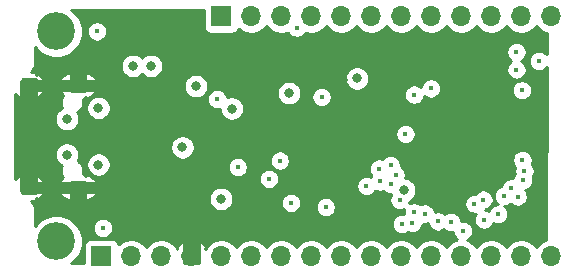
<source format=gbr>
G04 #@! TF.GenerationSoftware,KiCad,Pcbnew,(5.1.7-0-10_14)*
G04 #@! TF.CreationDate,2020-10-24T15:10:09+08:00*
G04 #@! TF.ProjectId,Feather_STM32WB55,46656174-6865-4725-9f53-544d33325742,rev?*
G04 #@! TF.SameCoordinates,Original*
G04 #@! TF.FileFunction,Copper,L2,Inr*
G04 #@! TF.FilePolarity,Positive*
%FSLAX46Y46*%
G04 Gerber Fmt 4.6, Leading zero omitted, Abs format (unit mm)*
G04 Created by KiCad (PCBNEW (5.1.7-0-10_14)) date 2020-10-24 15:10:09*
%MOMM*%
%LPD*%
G01*
G04 APERTURE LIST*
G04 #@! TA.AperFunction,ComponentPad*
%ADD10O,1.600000X1.000000*%
G04 #@! TD*
G04 #@! TA.AperFunction,ComponentPad*
%ADD11O,2.100000X1.000000*%
G04 #@! TD*
G04 #@! TA.AperFunction,ComponentPad*
%ADD12O,1.700000X1.700000*%
G04 #@! TD*
G04 #@! TA.AperFunction,ComponentPad*
%ADD13R,1.700000X1.700000*%
G04 #@! TD*
G04 #@! TA.AperFunction,ComponentPad*
%ADD14C,3.200000*%
G04 #@! TD*
G04 #@! TA.AperFunction,ViaPad*
%ADD15C,0.800000*%
G04 #@! TD*
G04 #@! TA.AperFunction,ViaPad*
%ADD16C,0.450000*%
G04 #@! TD*
G04 #@! TA.AperFunction,Conductor*
%ADD17C,0.254000*%
G04 #@! TD*
G04 #@! TA.AperFunction,Conductor*
%ADD18C,0.100000*%
G04 #@! TD*
G04 APERTURE END LIST*
D10*
X127195000Y-97026000D03*
X127195000Y-88386000D03*
D11*
X131375000Y-97026000D03*
X131375000Y-88386000D03*
D12*
X171450000Y-82550000D03*
X168910000Y-82550000D03*
X166370000Y-82550000D03*
X163830000Y-82550000D03*
X161290000Y-82550000D03*
X158750000Y-82550000D03*
X156210000Y-82550000D03*
X153670000Y-82550000D03*
X151130000Y-82550000D03*
X148590000Y-82550000D03*
X146050000Y-82550000D03*
D13*
X143510000Y-82550000D03*
D12*
X171450000Y-102870000D03*
X168910000Y-102870000D03*
X166370000Y-102870000D03*
X163830000Y-102870000D03*
X161290000Y-102870000D03*
X158750000Y-102870000D03*
X156210000Y-102870000D03*
X153670000Y-102870000D03*
X151130000Y-102870000D03*
X148590000Y-102870000D03*
X146050000Y-102870000D03*
X143510000Y-102870000D03*
X140970000Y-102870000D03*
X138430000Y-102870000D03*
X135890000Y-102870000D03*
D13*
X133350000Y-102870000D03*
D14*
X129540000Y-83820000D03*
X129540000Y-101600000D03*
D15*
X136017000Y-86741000D03*
X137541000Y-86741000D03*
X141350000Y-88450000D03*
X130429000Y-91250000D03*
X130429000Y-94250000D03*
X144400000Y-90350000D03*
X140208000Y-93627010D03*
X133100000Y-95100000D03*
X133100000Y-90300000D03*
X149250000Y-89050000D03*
D16*
X161828144Y-99900002D03*
X166950002Y-99300000D03*
X170400002Y-86300000D03*
X159832082Y-89167918D03*
X169070864Y-96379145D03*
X147547990Y-96300000D03*
X144899998Y-95300000D03*
X156848941Y-95430413D03*
X159686680Y-100037048D03*
X149411334Y-98327906D03*
X169166551Y-95633449D03*
X168600000Y-97800000D03*
X168060527Y-97110527D03*
X132969000Y-83820000D03*
X167430357Y-97756783D03*
X149900000Y-83500000D03*
X152000000Y-89350000D03*
X158800000Y-100100000D03*
X158600000Y-98100000D03*
X158266399Y-95966399D03*
X157847999Y-96723050D03*
X157843285Y-95112136D03*
X156919143Y-96519145D03*
X163955311Y-100686967D03*
X162935807Y-99935807D03*
X133477000Y-100457000D03*
X143150000Y-89550000D03*
X164946181Y-98402010D03*
X159823888Y-99133036D03*
X160736588Y-99242748D03*
X165700000Y-98050000D03*
D15*
X141097000Y-86741000D03*
X135636000Y-93599000D03*
X137700000Y-97900000D03*
X144300000Y-99800000D03*
X164000000Y-94500000D03*
X162500000Y-94500000D03*
X162500000Y-93000000D03*
X164000000Y-93000000D03*
D16*
X170900000Y-93000000D03*
X170900000Y-94000000D03*
X170900000Y-95000000D03*
X170900000Y-96000000D03*
X170900000Y-97000000D03*
X170900000Y-98000000D03*
X169900000Y-93000000D03*
X170900000Y-91950000D03*
X169900000Y-91950000D03*
X168900000Y-91950000D03*
X170900000Y-90950000D03*
X170900000Y-89950000D03*
X170900000Y-88950000D03*
X170900000Y-87700000D03*
X170900000Y-85400000D03*
X170900000Y-84400000D03*
X166150000Y-84300000D03*
X170900000Y-99000000D03*
X170900000Y-100000000D03*
X170900000Y-101000000D03*
X164450000Y-88650000D03*
D15*
X153850000Y-87900000D03*
X139450000Y-86250000D03*
X144750000Y-87150000D03*
D16*
X140300000Y-89950000D03*
X135400000Y-90600000D03*
X153937504Y-85800004D03*
X157550000Y-85250000D03*
X157450000Y-88700000D03*
X152350000Y-100250000D03*
X155200000Y-98950000D03*
D15*
X155000000Y-87800000D03*
D16*
X168500000Y-85550000D03*
X159100000Y-92500000D03*
D15*
X143500000Y-98000000D03*
D16*
X168500000Y-87050000D03*
X168950000Y-88800000D03*
X148455380Y-94755380D03*
X168999996Y-94700000D03*
X165750000Y-99752010D03*
X161249994Y-88650000D03*
X152350000Y-98700004D03*
D15*
X159000000Y-97250000D03*
D16*
X155800000Y-96899998D03*
D17*
X142021928Y-83400000D02*
X142034188Y-83524482D01*
X142070498Y-83644180D01*
X142129463Y-83754494D01*
X142208815Y-83851185D01*
X142305506Y-83930537D01*
X142415820Y-83989502D01*
X142535518Y-84025812D01*
X142660000Y-84038072D01*
X144360000Y-84038072D01*
X144484482Y-84025812D01*
X144604180Y-83989502D01*
X144714494Y-83930537D01*
X144811185Y-83851185D01*
X144890537Y-83754494D01*
X144949502Y-83644180D01*
X144971513Y-83571620D01*
X145103368Y-83703475D01*
X145346589Y-83865990D01*
X145616842Y-83977932D01*
X145903740Y-84035000D01*
X146196260Y-84035000D01*
X146483158Y-83977932D01*
X146753411Y-83865990D01*
X146996632Y-83703475D01*
X147203475Y-83496632D01*
X147320000Y-83322240D01*
X147436525Y-83496632D01*
X147643368Y-83703475D01*
X147886589Y-83865990D01*
X148156842Y-83977932D01*
X148443740Y-84035000D01*
X148736260Y-84035000D01*
X149023158Y-83977932D01*
X149149941Y-83925417D01*
X149231995Y-84048218D01*
X149351782Y-84168005D01*
X149492637Y-84262122D01*
X149649147Y-84326951D01*
X149815297Y-84360000D01*
X149984703Y-84360000D01*
X150150853Y-84326951D01*
X150307363Y-84262122D01*
X150448218Y-84168005D01*
X150568005Y-84048218D01*
X150632717Y-83951371D01*
X150696842Y-83977932D01*
X150983740Y-84035000D01*
X151276260Y-84035000D01*
X151563158Y-83977932D01*
X151833411Y-83865990D01*
X152076632Y-83703475D01*
X152283475Y-83496632D01*
X152400000Y-83322240D01*
X152516525Y-83496632D01*
X152723368Y-83703475D01*
X152966589Y-83865990D01*
X153236842Y-83977932D01*
X153523740Y-84035000D01*
X153816260Y-84035000D01*
X154103158Y-83977932D01*
X154373411Y-83865990D01*
X154616632Y-83703475D01*
X154823475Y-83496632D01*
X154940000Y-83322240D01*
X155056525Y-83496632D01*
X155263368Y-83703475D01*
X155506589Y-83865990D01*
X155776842Y-83977932D01*
X156063740Y-84035000D01*
X156356260Y-84035000D01*
X156643158Y-83977932D01*
X156913411Y-83865990D01*
X157156632Y-83703475D01*
X157363475Y-83496632D01*
X157480000Y-83322240D01*
X157596525Y-83496632D01*
X157803368Y-83703475D01*
X158046589Y-83865990D01*
X158316842Y-83977932D01*
X158603740Y-84035000D01*
X158896260Y-84035000D01*
X159183158Y-83977932D01*
X159453411Y-83865990D01*
X159696632Y-83703475D01*
X159903475Y-83496632D01*
X160020000Y-83322240D01*
X160136525Y-83496632D01*
X160343368Y-83703475D01*
X160586589Y-83865990D01*
X160856842Y-83977932D01*
X161143740Y-84035000D01*
X161436260Y-84035000D01*
X161723158Y-83977932D01*
X161993411Y-83865990D01*
X162236632Y-83703475D01*
X162443475Y-83496632D01*
X162560000Y-83322240D01*
X162676525Y-83496632D01*
X162883368Y-83703475D01*
X163126589Y-83865990D01*
X163396842Y-83977932D01*
X163683740Y-84035000D01*
X163976260Y-84035000D01*
X164263158Y-83977932D01*
X164533411Y-83865990D01*
X164776632Y-83703475D01*
X164983475Y-83496632D01*
X165100000Y-83322240D01*
X165216525Y-83496632D01*
X165423368Y-83703475D01*
X165666589Y-83865990D01*
X165936842Y-83977932D01*
X166223740Y-84035000D01*
X166516260Y-84035000D01*
X166803158Y-83977932D01*
X167073411Y-83865990D01*
X167316632Y-83703475D01*
X167523475Y-83496632D01*
X167640000Y-83322240D01*
X167756525Y-83496632D01*
X167963368Y-83703475D01*
X168206589Y-83865990D01*
X168476842Y-83977932D01*
X168763740Y-84035000D01*
X169056260Y-84035000D01*
X169343158Y-83977932D01*
X169613411Y-83865990D01*
X169856632Y-83703475D01*
X170063475Y-83496632D01*
X170180000Y-83322240D01*
X170296525Y-83496632D01*
X170503368Y-83703475D01*
X170746589Y-83865990D01*
X171016842Y-83977932D01*
X171058771Y-83986272D01*
X171051422Y-85735197D01*
X170948220Y-85631995D01*
X170807365Y-85537878D01*
X170650855Y-85473049D01*
X170484705Y-85440000D01*
X170315299Y-85440000D01*
X170149149Y-85473049D01*
X169992639Y-85537878D01*
X169851784Y-85631995D01*
X169731997Y-85751782D01*
X169637880Y-85892637D01*
X169573051Y-86049147D01*
X169540002Y-86215297D01*
X169540002Y-86384703D01*
X169573051Y-86550853D01*
X169637880Y-86707363D01*
X169731997Y-86848218D01*
X169851784Y-86968005D01*
X169992639Y-87062122D01*
X170149149Y-87126951D01*
X170315299Y-87160000D01*
X170484705Y-87160000D01*
X170650855Y-87126951D01*
X170807365Y-87062122D01*
X170948220Y-86968005D01*
X171046656Y-86869569D01*
X170985372Y-101455103D01*
X170746589Y-101554010D01*
X170503368Y-101716525D01*
X170296525Y-101923368D01*
X170180000Y-102097760D01*
X170063475Y-101923368D01*
X169856632Y-101716525D01*
X169613411Y-101554010D01*
X169343158Y-101442068D01*
X169056260Y-101385000D01*
X168763740Y-101385000D01*
X168476842Y-101442068D01*
X168206589Y-101554010D01*
X167963368Y-101716525D01*
X167756525Y-101923368D01*
X167640000Y-102097760D01*
X167523475Y-101923368D01*
X167316632Y-101716525D01*
X167073411Y-101554010D01*
X166803158Y-101442068D01*
X166516260Y-101385000D01*
X166223740Y-101385000D01*
X165936842Y-101442068D01*
X165666589Y-101554010D01*
X165423368Y-101716525D01*
X165216525Y-101923368D01*
X165100000Y-102097760D01*
X164983475Y-101923368D01*
X164776632Y-101716525D01*
X164533411Y-101554010D01*
X164321391Y-101466189D01*
X164362674Y-101449089D01*
X164503529Y-101354972D01*
X164623316Y-101235185D01*
X164717433Y-101094330D01*
X164782262Y-100937820D01*
X164815311Y-100771670D01*
X164815311Y-100602264D01*
X164782262Y-100436114D01*
X164717433Y-100279604D01*
X164623316Y-100138749D01*
X164503529Y-100018962D01*
X164362674Y-99924845D01*
X164206164Y-99860016D01*
X164040014Y-99826967D01*
X163870608Y-99826967D01*
X163794036Y-99842198D01*
X163762758Y-99684954D01*
X163697929Y-99528444D01*
X163603812Y-99387589D01*
X163484025Y-99267802D01*
X163343170Y-99173685D01*
X163186660Y-99108856D01*
X163020510Y-99075807D01*
X162851104Y-99075807D01*
X162684954Y-99108856D01*
X162528444Y-99173685D01*
X162402322Y-99257957D01*
X162376362Y-99231997D01*
X162235507Y-99137880D01*
X162078997Y-99073051D01*
X161912847Y-99040002D01*
X161743441Y-99040002D01*
X161579591Y-99072594D01*
X161563539Y-98991895D01*
X161498710Y-98835385D01*
X161404593Y-98694530D01*
X161284806Y-98574743D01*
X161143951Y-98480626D01*
X160987441Y-98415797D01*
X160821291Y-98382748D01*
X160651885Y-98382748D01*
X160485735Y-98415797D01*
X160370104Y-98463693D01*
X160231251Y-98370914D01*
X160101834Y-98317307D01*
X164086181Y-98317307D01*
X164086181Y-98486713D01*
X164119230Y-98652863D01*
X164184059Y-98809373D01*
X164278176Y-98950228D01*
X164397963Y-99070015D01*
X164538818Y-99164132D01*
X164695328Y-99228961D01*
X164861478Y-99262010D01*
X165030884Y-99262010D01*
X165044966Y-99259209D01*
X164987878Y-99344647D01*
X164923049Y-99501157D01*
X164890000Y-99667307D01*
X164890000Y-99836713D01*
X164923049Y-100002863D01*
X164987878Y-100159373D01*
X165081995Y-100300228D01*
X165201782Y-100420015D01*
X165342637Y-100514132D01*
X165499147Y-100578961D01*
X165665297Y-100612010D01*
X165834703Y-100612010D01*
X166000853Y-100578961D01*
X166157363Y-100514132D01*
X166298218Y-100420015D01*
X166418005Y-100300228D01*
X166512122Y-100159373D01*
X166550975Y-100065575D01*
X166699149Y-100126951D01*
X166865299Y-100160000D01*
X167034705Y-100160000D01*
X167200855Y-100126951D01*
X167357365Y-100062122D01*
X167498220Y-99968005D01*
X167618007Y-99848218D01*
X167712124Y-99707363D01*
X167776953Y-99550853D01*
X167810002Y-99384703D01*
X167810002Y-99215297D01*
X167776953Y-99049147D01*
X167712124Y-98892637D01*
X167618007Y-98751782D01*
X167498220Y-98631995D01*
X167475454Y-98616783D01*
X167515060Y-98616783D01*
X167681210Y-98583734D01*
X167837720Y-98518905D01*
X167978575Y-98424788D01*
X167993570Y-98409793D01*
X168051782Y-98468005D01*
X168192637Y-98562122D01*
X168349147Y-98626951D01*
X168515297Y-98660000D01*
X168684703Y-98660000D01*
X168850853Y-98626951D01*
X169007363Y-98562122D01*
X169148218Y-98468005D01*
X169268005Y-98348218D01*
X169362122Y-98207363D01*
X169426951Y-98050853D01*
X169460000Y-97884703D01*
X169460000Y-97715297D01*
X169426951Y-97549147D01*
X169362122Y-97392637D01*
X169268005Y-97251782D01*
X169238810Y-97222587D01*
X169321717Y-97206096D01*
X169478227Y-97141267D01*
X169619082Y-97047150D01*
X169738869Y-96927363D01*
X169832986Y-96786508D01*
X169897815Y-96629998D01*
X169930864Y-96463848D01*
X169930864Y-96294442D01*
X169897815Y-96128292D01*
X169887255Y-96102798D01*
X169928673Y-96040812D01*
X169993502Y-95884302D01*
X170026551Y-95718152D01*
X170026551Y-95548746D01*
X169993502Y-95382596D01*
X169928673Y-95226086D01*
X169834556Y-95085231D01*
X169789817Y-95040492D01*
X169826947Y-94950853D01*
X169859996Y-94784703D01*
X169859996Y-94615297D01*
X169826947Y-94449147D01*
X169762118Y-94292637D01*
X169668001Y-94151782D01*
X169548214Y-94031995D01*
X169407359Y-93937878D01*
X169250849Y-93873049D01*
X169084699Y-93840000D01*
X168915293Y-93840000D01*
X168749143Y-93873049D01*
X168592633Y-93937878D01*
X168451778Y-94031995D01*
X168331991Y-94151782D01*
X168237874Y-94292637D01*
X168173045Y-94449147D01*
X168139996Y-94615297D01*
X168139996Y-94784703D01*
X168173045Y-94950853D01*
X168237874Y-95107363D01*
X168331991Y-95248218D01*
X168376730Y-95292957D01*
X168339600Y-95382596D01*
X168306551Y-95548746D01*
X168306551Y-95718152D01*
X168339600Y-95884302D01*
X168350160Y-95909796D01*
X168308742Y-95971782D01*
X168243913Y-96128292D01*
X168216769Y-96264757D01*
X168145230Y-96250527D01*
X167975824Y-96250527D01*
X167809674Y-96283576D01*
X167653164Y-96348405D01*
X167512309Y-96442522D01*
X167392522Y-96562309D01*
X167298405Y-96703164D01*
X167233576Y-96859674D01*
X167221273Y-96921524D01*
X167179504Y-96929832D01*
X167022994Y-96994661D01*
X166882139Y-97088778D01*
X166762352Y-97208565D01*
X166668235Y-97349420D01*
X166603406Y-97505930D01*
X166570357Y-97672080D01*
X166570357Y-97841486D01*
X166603406Y-98007636D01*
X166668235Y-98164146D01*
X166762352Y-98305001D01*
X166882139Y-98424788D01*
X166904905Y-98440000D01*
X166865299Y-98440000D01*
X166699149Y-98473049D01*
X166542639Y-98537878D01*
X166401784Y-98631995D01*
X166281997Y-98751782D01*
X166187880Y-98892637D01*
X166149027Y-98986435D01*
X166000853Y-98925059D01*
X165854924Y-98896032D01*
X165950853Y-98876951D01*
X166107363Y-98812122D01*
X166248218Y-98718005D01*
X166368005Y-98598218D01*
X166462122Y-98457363D01*
X166526951Y-98300853D01*
X166560000Y-98134703D01*
X166560000Y-97965297D01*
X166526951Y-97799147D01*
X166462122Y-97642637D01*
X166368005Y-97501782D01*
X166248218Y-97381995D01*
X166107363Y-97287878D01*
X165950853Y-97223049D01*
X165784703Y-97190000D01*
X165615297Y-97190000D01*
X165449147Y-97223049D01*
X165292637Y-97287878D01*
X165151782Y-97381995D01*
X165031995Y-97501782D01*
X165005115Y-97542010D01*
X164861478Y-97542010D01*
X164695328Y-97575059D01*
X164538818Y-97639888D01*
X164397963Y-97734005D01*
X164278176Y-97853792D01*
X164184059Y-97994647D01*
X164119230Y-98151157D01*
X164086181Y-98317307D01*
X160101834Y-98317307D01*
X160074741Y-98306085D01*
X159908591Y-98273036D01*
X159739185Y-98273036D01*
X159573035Y-98306085D01*
X159419080Y-98369856D01*
X159426951Y-98350853D01*
X159460000Y-98184703D01*
X159460000Y-98179738D01*
X159490256Y-98167205D01*
X159659774Y-98053937D01*
X159803937Y-97909774D01*
X159917205Y-97740256D01*
X159995226Y-97551898D01*
X160035000Y-97351939D01*
X160035000Y-97148061D01*
X159995226Y-96948102D01*
X159917205Y-96759744D01*
X159803937Y-96590226D01*
X159659774Y-96446063D01*
X159490256Y-96332795D01*
X159301898Y-96254774D01*
X159101939Y-96215000D01*
X159093798Y-96215000D01*
X159126399Y-96051102D01*
X159126399Y-95881696D01*
X159093350Y-95715546D01*
X159028521Y-95559036D01*
X158934404Y-95418181D01*
X158814617Y-95298394D01*
X158698516Y-95220817D01*
X158703285Y-95196839D01*
X158703285Y-95027433D01*
X158670236Y-94861283D01*
X158605407Y-94704773D01*
X158511290Y-94563918D01*
X158391503Y-94444131D01*
X158250648Y-94350014D01*
X158094138Y-94285185D01*
X157927988Y-94252136D01*
X157758582Y-94252136D01*
X157592432Y-94285185D01*
X157435922Y-94350014D01*
X157295067Y-94444131D01*
X157175280Y-94563918D01*
X157138222Y-94619379D01*
X157099794Y-94603462D01*
X156933644Y-94570413D01*
X156764238Y-94570413D01*
X156598088Y-94603462D01*
X156441578Y-94668291D01*
X156300723Y-94762408D01*
X156180936Y-94882195D01*
X156086819Y-95023050D01*
X156021990Y-95179560D01*
X155988941Y-95345710D01*
X155988941Y-95515116D01*
X156021990Y-95681266D01*
X156086819Y-95837776D01*
X156180936Y-95978631D01*
X156219933Y-96017628D01*
X156157021Y-96111782D01*
X156155168Y-96116256D01*
X156050853Y-96073047D01*
X155884703Y-96039998D01*
X155715297Y-96039998D01*
X155549147Y-96073047D01*
X155392637Y-96137876D01*
X155251782Y-96231993D01*
X155131995Y-96351780D01*
X155037878Y-96492635D01*
X154973049Y-96649145D01*
X154940000Y-96815295D01*
X154940000Y-96984701D01*
X154973049Y-97150851D01*
X155037878Y-97307361D01*
X155131995Y-97448216D01*
X155251782Y-97568003D01*
X155392637Y-97662120D01*
X155549147Y-97726949D01*
X155715297Y-97759998D01*
X155884703Y-97759998D01*
X156050853Y-97726949D01*
X156207363Y-97662120D01*
X156348218Y-97568003D01*
X156468005Y-97448216D01*
X156562122Y-97307361D01*
X156563975Y-97302887D01*
X156668290Y-97346096D01*
X156834440Y-97379145D01*
X157003846Y-97379145D01*
X157169996Y-97346096D01*
X157229977Y-97321251D01*
X157299781Y-97391055D01*
X157440636Y-97485172D01*
X157597146Y-97550001D01*
X157763296Y-97583050D01*
X157911102Y-97583050D01*
X157837878Y-97692637D01*
X157773049Y-97849147D01*
X157740000Y-98015297D01*
X157740000Y-98184703D01*
X157773049Y-98350853D01*
X157837878Y-98507363D01*
X157931995Y-98648218D01*
X158051782Y-98768005D01*
X158192637Y-98862122D01*
X158349147Y-98926951D01*
X158515297Y-98960000D01*
X158684703Y-98960000D01*
X158850853Y-98926951D01*
X159004808Y-98863180D01*
X158996937Y-98882183D01*
X158963888Y-99048333D01*
X158963888Y-99217739D01*
X158971760Y-99257317D01*
X158884703Y-99240000D01*
X158715297Y-99240000D01*
X158549147Y-99273049D01*
X158392637Y-99337878D01*
X158251782Y-99431995D01*
X158131995Y-99551782D01*
X158037878Y-99692637D01*
X157973049Y-99849147D01*
X157940000Y-100015297D01*
X157940000Y-100184703D01*
X157973049Y-100350853D01*
X158037878Y-100507363D01*
X158131995Y-100648218D01*
X158251782Y-100768005D01*
X158392637Y-100862122D01*
X158549147Y-100926951D01*
X158715297Y-100960000D01*
X158884703Y-100960000D01*
X159050853Y-100926951D01*
X159207363Y-100862122D01*
X159293058Y-100804862D01*
X159435827Y-100863999D01*
X159601977Y-100897048D01*
X159771383Y-100897048D01*
X159937533Y-100863999D01*
X160094043Y-100799170D01*
X160234898Y-100705053D01*
X160354685Y-100585266D01*
X160448802Y-100444411D01*
X160513631Y-100287901D01*
X160546680Y-100121751D01*
X160546680Y-100081822D01*
X160651885Y-100102748D01*
X160821291Y-100102748D01*
X160985141Y-100070156D01*
X161001193Y-100150855D01*
X161066022Y-100307365D01*
X161160139Y-100448220D01*
X161279926Y-100568007D01*
X161420781Y-100662124D01*
X161577291Y-100726953D01*
X161743441Y-100760002D01*
X161912847Y-100760002D01*
X162078997Y-100726953D01*
X162235507Y-100662124D01*
X162361629Y-100577852D01*
X162387589Y-100603812D01*
X162528444Y-100697929D01*
X162684954Y-100762758D01*
X162851104Y-100795807D01*
X163020510Y-100795807D01*
X163097082Y-100780576D01*
X163128360Y-100937820D01*
X163193189Y-101094330D01*
X163287306Y-101235185D01*
X163407093Y-101354972D01*
X163505187Y-101420517D01*
X163396842Y-101442068D01*
X163126589Y-101554010D01*
X162883368Y-101716525D01*
X162676525Y-101923368D01*
X162560000Y-102097760D01*
X162443475Y-101923368D01*
X162236632Y-101716525D01*
X161993411Y-101554010D01*
X161723158Y-101442068D01*
X161436260Y-101385000D01*
X161143740Y-101385000D01*
X160856842Y-101442068D01*
X160586589Y-101554010D01*
X160343368Y-101716525D01*
X160136525Y-101923368D01*
X160020000Y-102097760D01*
X159903475Y-101923368D01*
X159696632Y-101716525D01*
X159453411Y-101554010D01*
X159183158Y-101442068D01*
X158896260Y-101385000D01*
X158603740Y-101385000D01*
X158316842Y-101442068D01*
X158046589Y-101554010D01*
X157803368Y-101716525D01*
X157596525Y-101923368D01*
X157480000Y-102097760D01*
X157363475Y-101923368D01*
X157156632Y-101716525D01*
X156913411Y-101554010D01*
X156643158Y-101442068D01*
X156356260Y-101385000D01*
X156063740Y-101385000D01*
X155776842Y-101442068D01*
X155506589Y-101554010D01*
X155263368Y-101716525D01*
X155056525Y-101923368D01*
X154940000Y-102097760D01*
X154823475Y-101923368D01*
X154616632Y-101716525D01*
X154373411Y-101554010D01*
X154103158Y-101442068D01*
X153816260Y-101385000D01*
X153523740Y-101385000D01*
X153236842Y-101442068D01*
X152966589Y-101554010D01*
X152723368Y-101716525D01*
X152516525Y-101923368D01*
X152400000Y-102097760D01*
X152283475Y-101923368D01*
X152076632Y-101716525D01*
X151833411Y-101554010D01*
X151563158Y-101442068D01*
X151276260Y-101385000D01*
X150983740Y-101385000D01*
X150696842Y-101442068D01*
X150426589Y-101554010D01*
X150183368Y-101716525D01*
X149976525Y-101923368D01*
X149860000Y-102097760D01*
X149743475Y-101923368D01*
X149536632Y-101716525D01*
X149293411Y-101554010D01*
X149023158Y-101442068D01*
X148736260Y-101385000D01*
X148443740Y-101385000D01*
X148156842Y-101442068D01*
X147886589Y-101554010D01*
X147643368Y-101716525D01*
X147436525Y-101923368D01*
X147320000Y-102097760D01*
X147203475Y-101923368D01*
X146996632Y-101716525D01*
X146753411Y-101554010D01*
X146483158Y-101442068D01*
X146196260Y-101385000D01*
X145903740Y-101385000D01*
X145616842Y-101442068D01*
X145346589Y-101554010D01*
X145103368Y-101716525D01*
X144896525Y-101923368D01*
X144780000Y-102097760D01*
X144663475Y-101923368D01*
X144456632Y-101716525D01*
X144213411Y-101554010D01*
X143943158Y-101442068D01*
X143656260Y-101385000D01*
X143363740Y-101385000D01*
X143076842Y-101442068D01*
X142806589Y-101554010D01*
X142563368Y-101716525D01*
X142356525Y-101923368D01*
X142194010Y-102166589D01*
X142160704Y-102246998D01*
X142159273Y-102246998D01*
X142203968Y-102043793D01*
X142019073Y-101818933D01*
X141796203Y-101636058D01*
X141593000Y-101699184D01*
X141593000Y-102247000D01*
X141613000Y-102247000D01*
X141613000Y-103430000D01*
X140327000Y-103430000D01*
X140327000Y-102247000D01*
X140347000Y-102247000D01*
X140347000Y-101699184D01*
X140143797Y-101636058D01*
X139920927Y-101818933D01*
X139736032Y-102043793D01*
X139780727Y-102246998D01*
X139779296Y-102246998D01*
X139745990Y-102166589D01*
X139583475Y-101923368D01*
X139376632Y-101716525D01*
X139133411Y-101554010D01*
X138863158Y-101442068D01*
X138576260Y-101385000D01*
X138283740Y-101385000D01*
X137996842Y-101442068D01*
X137726589Y-101554010D01*
X137483368Y-101716525D01*
X137276525Y-101923368D01*
X137160000Y-102097760D01*
X137043475Y-101923368D01*
X136836632Y-101716525D01*
X136593411Y-101554010D01*
X136323158Y-101442068D01*
X136036260Y-101385000D01*
X135743740Y-101385000D01*
X135456842Y-101442068D01*
X135186589Y-101554010D01*
X134943368Y-101716525D01*
X134811513Y-101848380D01*
X134789502Y-101775820D01*
X134730537Y-101665506D01*
X134651185Y-101568815D01*
X134554494Y-101489463D01*
X134444180Y-101430498D01*
X134324482Y-101394188D01*
X134200000Y-101381928D01*
X132500000Y-101381928D01*
X132375518Y-101394188D01*
X132255820Y-101430498D01*
X132145506Y-101489463D01*
X132048815Y-101568815D01*
X131969463Y-101665506D01*
X131910498Y-101775820D01*
X131874188Y-101895518D01*
X131861928Y-102020000D01*
X131861928Y-103430000D01*
X130824105Y-103430000D01*
X130964729Y-103336038D01*
X131276038Y-103024729D01*
X131520631Y-102658669D01*
X131689110Y-102251925D01*
X131775000Y-101820128D01*
X131775000Y-101379872D01*
X131689110Y-100948075D01*
X131520631Y-100541331D01*
X131407687Y-100372297D01*
X132617000Y-100372297D01*
X132617000Y-100541703D01*
X132650049Y-100707853D01*
X132714878Y-100864363D01*
X132808995Y-101005218D01*
X132928782Y-101125005D01*
X133069637Y-101219122D01*
X133226147Y-101283951D01*
X133392297Y-101317000D01*
X133561703Y-101317000D01*
X133727853Y-101283951D01*
X133884363Y-101219122D01*
X134025218Y-101125005D01*
X134145005Y-101005218D01*
X134239122Y-100864363D01*
X134303951Y-100707853D01*
X134337000Y-100541703D01*
X134337000Y-100372297D01*
X134303951Y-100206147D01*
X134239122Y-100049637D01*
X134145005Y-99908782D01*
X134025218Y-99788995D01*
X133884363Y-99694878D01*
X133727853Y-99630049D01*
X133561703Y-99597000D01*
X133392297Y-99597000D01*
X133226147Y-99630049D01*
X133069637Y-99694878D01*
X132928782Y-99788995D01*
X132808995Y-99908782D01*
X132714878Y-100049637D01*
X132650049Y-100206147D01*
X132617000Y-100372297D01*
X131407687Y-100372297D01*
X131276038Y-100175271D01*
X130964729Y-99863962D01*
X130598669Y-99619369D01*
X130191925Y-99450890D01*
X129760128Y-99365000D01*
X129319872Y-99365000D01*
X128888075Y-99450890D01*
X128481331Y-99619369D01*
X128115271Y-99863962D01*
X127803962Y-100175271D01*
X127710000Y-100315895D01*
X127710000Y-98840875D01*
X127713435Y-98806000D01*
X127708095Y-98751782D01*
X127699727Y-98666816D01*
X127659128Y-98532980D01*
X127593200Y-98409637D01*
X127504474Y-98301525D01*
X127477383Y-98279292D01*
X127359091Y-98161000D01*
X127818002Y-98161000D01*
X127818002Y-97909859D01*
X127977123Y-98005243D01*
X128158900Y-97892370D01*
X128315164Y-97746202D01*
X128439909Y-97572357D01*
X128495411Y-97562099D01*
X129824589Y-97562099D01*
X129880208Y-97622198D01*
X130014674Y-97795062D01*
X130180281Y-97938371D01*
X130370664Y-98046618D01*
X130578507Y-98115644D01*
X130752000Y-97982039D01*
X130752000Y-97399000D01*
X131998000Y-97399000D01*
X131998000Y-97982039D01*
X132171493Y-98115644D01*
X132379336Y-98046618D01*
X132569719Y-97938371D01*
X132616300Y-97898061D01*
X142465000Y-97898061D01*
X142465000Y-98101939D01*
X142504774Y-98301898D01*
X142582795Y-98490256D01*
X142696063Y-98659774D01*
X142840226Y-98803937D01*
X143009744Y-98917205D01*
X143198102Y-98995226D01*
X143398061Y-99035000D01*
X143601939Y-99035000D01*
X143801898Y-98995226D01*
X143990256Y-98917205D01*
X144159774Y-98803937D01*
X144303937Y-98659774D01*
X144417205Y-98490256D01*
X144495226Y-98301898D01*
X144506901Y-98243203D01*
X148551334Y-98243203D01*
X148551334Y-98412609D01*
X148584383Y-98578759D01*
X148649212Y-98735269D01*
X148743329Y-98876124D01*
X148863116Y-98995911D01*
X149003971Y-99090028D01*
X149160481Y-99154857D01*
X149326631Y-99187906D01*
X149496037Y-99187906D01*
X149662187Y-99154857D01*
X149818697Y-99090028D01*
X149959552Y-98995911D01*
X150079339Y-98876124D01*
X150173456Y-98735269D01*
X150223148Y-98615301D01*
X151490000Y-98615301D01*
X151490000Y-98784707D01*
X151523049Y-98950857D01*
X151587878Y-99107367D01*
X151681995Y-99248222D01*
X151801782Y-99368009D01*
X151942637Y-99462126D01*
X152099147Y-99526955D01*
X152265297Y-99560004D01*
X152434703Y-99560004D01*
X152600853Y-99526955D01*
X152757363Y-99462126D01*
X152898218Y-99368009D01*
X153018005Y-99248222D01*
X153112122Y-99107367D01*
X153176951Y-98950857D01*
X153210000Y-98784707D01*
X153210000Y-98615301D01*
X153176951Y-98449151D01*
X153112122Y-98292641D01*
X153018005Y-98151786D01*
X152898218Y-98031999D01*
X152757363Y-97937882D01*
X152600853Y-97873053D01*
X152434703Y-97840004D01*
X152265297Y-97840004D01*
X152099147Y-97873053D01*
X151942637Y-97937882D01*
X151801782Y-98031999D01*
X151681995Y-98151786D01*
X151587878Y-98292641D01*
X151523049Y-98449151D01*
X151490000Y-98615301D01*
X150223148Y-98615301D01*
X150238285Y-98578759D01*
X150271334Y-98412609D01*
X150271334Y-98243203D01*
X150238285Y-98077053D01*
X150173456Y-97920543D01*
X150079339Y-97779688D01*
X149959552Y-97659901D01*
X149818697Y-97565784D01*
X149662187Y-97500955D01*
X149496037Y-97467906D01*
X149326631Y-97467906D01*
X149160481Y-97500955D01*
X149003971Y-97565784D01*
X148863116Y-97659901D01*
X148743329Y-97779688D01*
X148649212Y-97920543D01*
X148584383Y-98077053D01*
X148551334Y-98243203D01*
X144506901Y-98243203D01*
X144535000Y-98101939D01*
X144535000Y-97898061D01*
X144495226Y-97698102D01*
X144417205Y-97509744D01*
X144303937Y-97340226D01*
X144159774Y-97196063D01*
X143990256Y-97082795D01*
X143801898Y-97004774D01*
X143601939Y-96965000D01*
X143398061Y-96965000D01*
X143198102Y-97004774D01*
X143009744Y-97082795D01*
X142840226Y-97196063D01*
X142696063Y-97340226D01*
X142582795Y-97509744D01*
X142504774Y-97698102D01*
X142465000Y-97898061D01*
X132616300Y-97898061D01*
X132735326Y-97795062D01*
X132869792Y-97622198D01*
X132925411Y-97562099D01*
X132827183Y-97399000D01*
X131998000Y-97399000D01*
X130752000Y-97399000D01*
X129922817Y-97399000D01*
X129824589Y-97562099D01*
X128495411Y-97562099D01*
X128397183Y-97399000D01*
X127818000Y-97399000D01*
X127818000Y-97526000D01*
X126724091Y-97526000D01*
X126552000Y-97353909D01*
X126552000Y-96653000D01*
X126572000Y-96653000D01*
X126572000Y-96142142D01*
X127818000Y-96142142D01*
X127818000Y-96653000D01*
X128397183Y-96653000D01*
X128495411Y-96489901D01*
X128439909Y-96479643D01*
X128315164Y-96305798D01*
X128158900Y-96159630D01*
X127977123Y-96046757D01*
X127818000Y-96142142D01*
X126572000Y-96142142D01*
X126412877Y-96046757D01*
X126231100Y-96159630D01*
X126074836Y-96305798D01*
X126059000Y-96327867D01*
X126059000Y-94148061D01*
X129394000Y-94148061D01*
X129394000Y-94351939D01*
X129433774Y-94551898D01*
X129511795Y-94740256D01*
X129625063Y-94909774D01*
X129769226Y-95053937D01*
X129938744Y-95167205D01*
X130002566Y-95193641D01*
X129951892Y-95315978D01*
X129915000Y-95501448D01*
X129915000Y-95690552D01*
X129951892Y-95876022D01*
X130024259Y-96050731D01*
X130108051Y-96176134D01*
X130014674Y-96256938D01*
X129880208Y-96429802D01*
X129824589Y-96489901D01*
X129922817Y-96653000D01*
X130752000Y-96653000D01*
X130752000Y-96550341D01*
X130780448Y-96556000D01*
X130969552Y-96556000D01*
X131120373Y-96526000D01*
X131998000Y-96526000D01*
X131998000Y-96653000D01*
X132827183Y-96653000D01*
X132925411Y-96489901D01*
X132869792Y-96429802D01*
X132735326Y-96256938D01*
X132687206Y-96215297D01*
X146687990Y-96215297D01*
X146687990Y-96384703D01*
X146721039Y-96550853D01*
X146785868Y-96707363D01*
X146879985Y-96848218D01*
X146999772Y-96968005D01*
X147140627Y-97062122D01*
X147297137Y-97126951D01*
X147463287Y-97160000D01*
X147632693Y-97160000D01*
X147798843Y-97126951D01*
X147955353Y-97062122D01*
X148096208Y-96968005D01*
X148215995Y-96848218D01*
X148310112Y-96707363D01*
X148374941Y-96550853D01*
X148407990Y-96384703D01*
X148407990Y-96215297D01*
X148374941Y-96049147D01*
X148310112Y-95892637D01*
X148215995Y-95751782D01*
X148096208Y-95631995D01*
X147955353Y-95537878D01*
X147798843Y-95473049D01*
X147632693Y-95440000D01*
X147463287Y-95440000D01*
X147297137Y-95473049D01*
X147140627Y-95537878D01*
X146999772Y-95631995D01*
X146879985Y-95751782D01*
X146785868Y-95892637D01*
X146721039Y-96049147D01*
X146687990Y-96215297D01*
X132687206Y-96215297D01*
X132569719Y-96113629D01*
X132379336Y-96005382D01*
X132171493Y-95936356D01*
X131998002Y-96069959D01*
X131998002Y-95891000D01*
X131791904Y-95891000D01*
X131798108Y-95876022D01*
X131835000Y-95690552D01*
X131835000Y-95501448D01*
X131798108Y-95315978D01*
X131725741Y-95141269D01*
X131630053Y-94998061D01*
X132065000Y-94998061D01*
X132065000Y-95201939D01*
X132104774Y-95401898D01*
X132182795Y-95590256D01*
X132296063Y-95759774D01*
X132440226Y-95903937D01*
X132609744Y-96017205D01*
X132798102Y-96095226D01*
X132998061Y-96135000D01*
X133201939Y-96135000D01*
X133401898Y-96095226D01*
X133590256Y-96017205D01*
X133759774Y-95903937D01*
X133903937Y-95759774D01*
X134017205Y-95590256D01*
X134095226Y-95401898D01*
X134132342Y-95215297D01*
X144039998Y-95215297D01*
X144039998Y-95384703D01*
X144073047Y-95550853D01*
X144137876Y-95707363D01*
X144231993Y-95848218D01*
X144351780Y-95968005D01*
X144492635Y-96062122D01*
X144649145Y-96126951D01*
X144815295Y-96160000D01*
X144984701Y-96160000D01*
X145150851Y-96126951D01*
X145307361Y-96062122D01*
X145448216Y-95968005D01*
X145568003Y-95848218D01*
X145662120Y-95707363D01*
X145726949Y-95550853D01*
X145759998Y-95384703D01*
X145759998Y-95215297D01*
X145726949Y-95049147D01*
X145662120Y-94892637D01*
X145568003Y-94751782D01*
X145486898Y-94670677D01*
X147595380Y-94670677D01*
X147595380Y-94840083D01*
X147628429Y-95006233D01*
X147693258Y-95162743D01*
X147787375Y-95303598D01*
X147907162Y-95423385D01*
X148048017Y-95517502D01*
X148204527Y-95582331D01*
X148370677Y-95615380D01*
X148540083Y-95615380D01*
X148706233Y-95582331D01*
X148862743Y-95517502D01*
X149003598Y-95423385D01*
X149123385Y-95303598D01*
X149217502Y-95162743D01*
X149282331Y-95006233D01*
X149315380Y-94840083D01*
X149315380Y-94670677D01*
X149282331Y-94504527D01*
X149217502Y-94348017D01*
X149123385Y-94207162D01*
X149003598Y-94087375D01*
X148862743Y-93993258D01*
X148706233Y-93928429D01*
X148540083Y-93895380D01*
X148370677Y-93895380D01*
X148204527Y-93928429D01*
X148048017Y-93993258D01*
X147907162Y-94087375D01*
X147787375Y-94207162D01*
X147693258Y-94348017D01*
X147628429Y-94504527D01*
X147595380Y-94670677D01*
X145486898Y-94670677D01*
X145448216Y-94631995D01*
X145307361Y-94537878D01*
X145150851Y-94473049D01*
X144984701Y-94440000D01*
X144815295Y-94440000D01*
X144649145Y-94473049D01*
X144492635Y-94537878D01*
X144351780Y-94631995D01*
X144231993Y-94751782D01*
X144137876Y-94892637D01*
X144073047Y-95049147D01*
X144039998Y-95215297D01*
X134132342Y-95215297D01*
X134135000Y-95201939D01*
X134135000Y-94998061D01*
X134095226Y-94798102D01*
X134017205Y-94609744D01*
X133903937Y-94440226D01*
X133759774Y-94296063D01*
X133590256Y-94182795D01*
X133401898Y-94104774D01*
X133201939Y-94065000D01*
X132998061Y-94065000D01*
X132798102Y-94104774D01*
X132609744Y-94182795D01*
X132440226Y-94296063D01*
X132296063Y-94440226D01*
X132182795Y-94609744D01*
X132104774Y-94798102D01*
X132065000Y-94998061D01*
X131630053Y-94998061D01*
X131620681Y-94984036D01*
X131486964Y-94850319D01*
X131338809Y-94751325D01*
X131346205Y-94740256D01*
X131424226Y-94551898D01*
X131464000Y-94351939D01*
X131464000Y-94148061D01*
X131424226Y-93948102D01*
X131346205Y-93759744D01*
X131232937Y-93590226D01*
X131167782Y-93525071D01*
X139173000Y-93525071D01*
X139173000Y-93728949D01*
X139212774Y-93928908D01*
X139290795Y-94117266D01*
X139404063Y-94286784D01*
X139548226Y-94430947D01*
X139717744Y-94544215D01*
X139906102Y-94622236D01*
X140106061Y-94662010D01*
X140309939Y-94662010D01*
X140509898Y-94622236D01*
X140698256Y-94544215D01*
X140867774Y-94430947D01*
X141011937Y-94286784D01*
X141125205Y-94117266D01*
X141203226Y-93928908D01*
X141243000Y-93728949D01*
X141243000Y-93525071D01*
X141203226Y-93325112D01*
X141125205Y-93136754D01*
X141011937Y-92967236D01*
X140867774Y-92823073D01*
X140698256Y-92709805D01*
X140509898Y-92631784D01*
X140309939Y-92592010D01*
X140106061Y-92592010D01*
X139906102Y-92631784D01*
X139717744Y-92709805D01*
X139548226Y-92823073D01*
X139404063Y-92967236D01*
X139290795Y-93136754D01*
X139212774Y-93325112D01*
X139173000Y-93525071D01*
X131167782Y-93525071D01*
X131088774Y-93446063D01*
X130919256Y-93332795D01*
X130730898Y-93254774D01*
X130530939Y-93215000D01*
X130327061Y-93215000D01*
X130127102Y-93254774D01*
X129938744Y-93332795D01*
X129769226Y-93446063D01*
X129625063Y-93590226D01*
X129511795Y-93759744D01*
X129433774Y-93948102D01*
X129394000Y-94148061D01*
X126059000Y-94148061D01*
X126059000Y-92415297D01*
X158240000Y-92415297D01*
X158240000Y-92584703D01*
X158273049Y-92750853D01*
X158337878Y-92907363D01*
X158431995Y-93048218D01*
X158551782Y-93168005D01*
X158692637Y-93262122D01*
X158849147Y-93326951D01*
X159015297Y-93360000D01*
X159184703Y-93360000D01*
X159350853Y-93326951D01*
X159507363Y-93262122D01*
X159648218Y-93168005D01*
X159768005Y-93048218D01*
X159862122Y-92907363D01*
X159926951Y-92750853D01*
X159960000Y-92584703D01*
X159960000Y-92415297D01*
X159926951Y-92249147D01*
X159862122Y-92092637D01*
X159768005Y-91951782D01*
X159648218Y-91831995D01*
X159507363Y-91737878D01*
X159350853Y-91673049D01*
X159184703Y-91640000D01*
X159015297Y-91640000D01*
X158849147Y-91673049D01*
X158692637Y-91737878D01*
X158551782Y-91831995D01*
X158431995Y-91951782D01*
X158337878Y-92092637D01*
X158273049Y-92249147D01*
X158240000Y-92415297D01*
X126059000Y-92415297D01*
X126059000Y-91148061D01*
X129394000Y-91148061D01*
X129394000Y-91351939D01*
X129433774Y-91551898D01*
X129511795Y-91740256D01*
X129625063Y-91909774D01*
X129769226Y-92053937D01*
X129938744Y-92167205D01*
X130127102Y-92245226D01*
X130327061Y-92285000D01*
X130530939Y-92285000D01*
X130730898Y-92245226D01*
X130919256Y-92167205D01*
X131088774Y-92053937D01*
X131232937Y-91909774D01*
X131346205Y-91740256D01*
X131424226Y-91551898D01*
X131464000Y-91351939D01*
X131464000Y-91148061D01*
X131424226Y-90948102D01*
X131346205Y-90759744D01*
X131293962Y-90681557D01*
X131329731Y-90666741D01*
X131486964Y-90561681D01*
X131620681Y-90427964D01*
X131725741Y-90270731D01*
X131755841Y-90198061D01*
X132065000Y-90198061D01*
X132065000Y-90401939D01*
X132104774Y-90601898D01*
X132182795Y-90790256D01*
X132296063Y-90959774D01*
X132440226Y-91103937D01*
X132609744Y-91217205D01*
X132798102Y-91295226D01*
X132998061Y-91335000D01*
X133201939Y-91335000D01*
X133401898Y-91295226D01*
X133590256Y-91217205D01*
X133759774Y-91103937D01*
X133903937Y-90959774D01*
X134017205Y-90790256D01*
X134095226Y-90601898D01*
X134135000Y-90401939D01*
X134135000Y-90198061D01*
X134095226Y-89998102D01*
X134017205Y-89809744D01*
X133903937Y-89640226D01*
X133759774Y-89496063D01*
X133590256Y-89382795D01*
X133401898Y-89304774D01*
X133201939Y-89265000D01*
X132998061Y-89265000D01*
X132798102Y-89304774D01*
X132609744Y-89382795D01*
X132440226Y-89496063D01*
X132296063Y-89640226D01*
X132182795Y-89809744D01*
X132104774Y-89998102D01*
X132065000Y-90198061D01*
X131755841Y-90198061D01*
X131798108Y-90096022D01*
X131835000Y-89910552D01*
X131835000Y-89721448D01*
X131798108Y-89535978D01*
X131791904Y-89521000D01*
X131998002Y-89521000D01*
X131998002Y-89342041D01*
X132171493Y-89475644D01*
X132379336Y-89406618D01*
X132569719Y-89298371D01*
X132735326Y-89155062D01*
X132869792Y-88982198D01*
X132925411Y-88922099D01*
X132827183Y-88759000D01*
X131998000Y-88759000D01*
X131998000Y-88886000D01*
X131120373Y-88886000D01*
X130969552Y-88856000D01*
X130780448Y-88856000D01*
X130752000Y-88861659D01*
X130752000Y-88759000D01*
X129922817Y-88759000D01*
X129824589Y-88922099D01*
X129880208Y-88982198D01*
X130014674Y-89155062D01*
X130108051Y-89235866D01*
X130024259Y-89361269D01*
X129951892Y-89535978D01*
X129915000Y-89721448D01*
X129915000Y-89910552D01*
X129951892Y-90096022D01*
X130024259Y-90270731D01*
X130038202Y-90291598D01*
X129938744Y-90332795D01*
X129769226Y-90446063D01*
X129625063Y-90590226D01*
X129511795Y-90759744D01*
X129433774Y-90948102D01*
X129394000Y-91148061D01*
X126059000Y-91148061D01*
X126059000Y-89084133D01*
X126074836Y-89106202D01*
X126231100Y-89252370D01*
X126412877Y-89365243D01*
X126572000Y-89269858D01*
X126572000Y-88759000D01*
X127818000Y-88759000D01*
X127818000Y-89269858D01*
X127977123Y-89365243D01*
X128158900Y-89252370D01*
X128315164Y-89106202D01*
X128439909Y-88932357D01*
X128495411Y-88922099D01*
X128397183Y-88759000D01*
X127818000Y-88759000D01*
X126572000Y-88759000D01*
X126552000Y-88759000D01*
X126552000Y-88348061D01*
X140315000Y-88348061D01*
X140315000Y-88551939D01*
X140354774Y-88751898D01*
X140432795Y-88940256D01*
X140546063Y-89109774D01*
X140690226Y-89253937D01*
X140859744Y-89367205D01*
X141048102Y-89445226D01*
X141248061Y-89485000D01*
X141451939Y-89485000D01*
X141550993Y-89465297D01*
X142290000Y-89465297D01*
X142290000Y-89634703D01*
X142323049Y-89800853D01*
X142387878Y-89957363D01*
X142481995Y-90098218D01*
X142601782Y-90218005D01*
X142742637Y-90312122D01*
X142899147Y-90376951D01*
X143065297Y-90410000D01*
X143234703Y-90410000D01*
X143365000Y-90384083D01*
X143365000Y-90451939D01*
X143404774Y-90651898D01*
X143482795Y-90840256D01*
X143596063Y-91009774D01*
X143740226Y-91153937D01*
X143909744Y-91267205D01*
X144098102Y-91345226D01*
X144298061Y-91385000D01*
X144501939Y-91385000D01*
X144701898Y-91345226D01*
X144890256Y-91267205D01*
X145059774Y-91153937D01*
X145203937Y-91009774D01*
X145317205Y-90840256D01*
X145395226Y-90651898D01*
X145435000Y-90451939D01*
X145435000Y-90248061D01*
X145395226Y-90048102D01*
X145317205Y-89859744D01*
X145203937Y-89690226D01*
X145059774Y-89546063D01*
X144890256Y-89432795D01*
X144701898Y-89354774D01*
X144501939Y-89315000D01*
X144298061Y-89315000D01*
X144098102Y-89354774D01*
X143996396Y-89396902D01*
X143976951Y-89299147D01*
X143912122Y-89142637D01*
X143818005Y-89001782D01*
X143764284Y-88948061D01*
X148215000Y-88948061D01*
X148215000Y-89151939D01*
X148254774Y-89351898D01*
X148332795Y-89540256D01*
X148446063Y-89709774D01*
X148590226Y-89853937D01*
X148759744Y-89967205D01*
X148948102Y-90045226D01*
X149148061Y-90085000D01*
X149351939Y-90085000D01*
X149551898Y-90045226D01*
X149740256Y-89967205D01*
X149909774Y-89853937D01*
X150053937Y-89709774D01*
X150167205Y-89540256D01*
X150245226Y-89351898D01*
X150262451Y-89265297D01*
X151140000Y-89265297D01*
X151140000Y-89434703D01*
X151173049Y-89600853D01*
X151237878Y-89757363D01*
X151331995Y-89898218D01*
X151451782Y-90018005D01*
X151592637Y-90112122D01*
X151749147Y-90176951D01*
X151915297Y-90210000D01*
X152084703Y-90210000D01*
X152250853Y-90176951D01*
X152407363Y-90112122D01*
X152548218Y-90018005D01*
X152668005Y-89898218D01*
X152762122Y-89757363D01*
X152826951Y-89600853D01*
X152860000Y-89434703D01*
X152860000Y-89265297D01*
X152826951Y-89099147D01*
X152820352Y-89083215D01*
X158972082Y-89083215D01*
X158972082Y-89252621D01*
X159005131Y-89418771D01*
X159069960Y-89575281D01*
X159164077Y-89716136D01*
X159283864Y-89835923D01*
X159424719Y-89930040D01*
X159581229Y-89994869D01*
X159747379Y-90027918D01*
X159916785Y-90027918D01*
X160082935Y-89994869D01*
X160239445Y-89930040D01*
X160380300Y-89835923D01*
X160500087Y-89716136D01*
X160594204Y-89575281D01*
X160659033Y-89418771D01*
X160682843Y-89299072D01*
X160701776Y-89318005D01*
X160842631Y-89412122D01*
X160999141Y-89476951D01*
X161165291Y-89510000D01*
X161334697Y-89510000D01*
X161500847Y-89476951D01*
X161657357Y-89412122D01*
X161798212Y-89318005D01*
X161917999Y-89198218D01*
X162012116Y-89057363D01*
X162076945Y-88900853D01*
X162109994Y-88734703D01*
X162109994Y-88715297D01*
X168090000Y-88715297D01*
X168090000Y-88884703D01*
X168123049Y-89050853D01*
X168187878Y-89207363D01*
X168281995Y-89348218D01*
X168401782Y-89468005D01*
X168542637Y-89562122D01*
X168699147Y-89626951D01*
X168865297Y-89660000D01*
X169034703Y-89660000D01*
X169200853Y-89626951D01*
X169357363Y-89562122D01*
X169498218Y-89468005D01*
X169618005Y-89348218D01*
X169712122Y-89207363D01*
X169776951Y-89050853D01*
X169810000Y-88884703D01*
X169810000Y-88715297D01*
X169776951Y-88549147D01*
X169712122Y-88392637D01*
X169618005Y-88251782D01*
X169498218Y-88131995D01*
X169357363Y-88037878D01*
X169200853Y-87973049D01*
X169034703Y-87940000D01*
X168865297Y-87940000D01*
X168699147Y-87973049D01*
X168542637Y-88037878D01*
X168401782Y-88131995D01*
X168281995Y-88251782D01*
X168187878Y-88392637D01*
X168123049Y-88549147D01*
X168090000Y-88715297D01*
X162109994Y-88715297D01*
X162109994Y-88565297D01*
X162076945Y-88399147D01*
X162012116Y-88242637D01*
X161917999Y-88101782D01*
X161798212Y-87981995D01*
X161657357Y-87887878D01*
X161500847Y-87823049D01*
X161334697Y-87790000D01*
X161165291Y-87790000D01*
X160999141Y-87823049D01*
X160842631Y-87887878D01*
X160701776Y-87981995D01*
X160581989Y-88101782D01*
X160487872Y-88242637D01*
X160423043Y-88399147D01*
X160399233Y-88518846D01*
X160380300Y-88499913D01*
X160239445Y-88405796D01*
X160082935Y-88340967D01*
X159916785Y-88307918D01*
X159747379Y-88307918D01*
X159581229Y-88340967D01*
X159424719Y-88405796D01*
X159283864Y-88499913D01*
X159164077Y-88619700D01*
X159069960Y-88760555D01*
X159005131Y-88917065D01*
X158972082Y-89083215D01*
X152820352Y-89083215D01*
X152762122Y-88942637D01*
X152668005Y-88801782D01*
X152548218Y-88681995D01*
X152407363Y-88587878D01*
X152250853Y-88523049D01*
X152084703Y-88490000D01*
X151915297Y-88490000D01*
X151749147Y-88523049D01*
X151592637Y-88587878D01*
X151451782Y-88681995D01*
X151331995Y-88801782D01*
X151237878Y-88942637D01*
X151173049Y-89099147D01*
X151140000Y-89265297D01*
X150262451Y-89265297D01*
X150285000Y-89151939D01*
X150285000Y-88948061D01*
X150245226Y-88748102D01*
X150167205Y-88559744D01*
X150053937Y-88390226D01*
X149909774Y-88246063D01*
X149740256Y-88132795D01*
X149551898Y-88054774D01*
X149351939Y-88015000D01*
X149148061Y-88015000D01*
X148948102Y-88054774D01*
X148759744Y-88132795D01*
X148590226Y-88246063D01*
X148446063Y-88390226D01*
X148332795Y-88559744D01*
X148254774Y-88748102D01*
X148215000Y-88948061D01*
X143764284Y-88948061D01*
X143698218Y-88881995D01*
X143557363Y-88787878D01*
X143400853Y-88723049D01*
X143234703Y-88690000D01*
X143065297Y-88690000D01*
X142899147Y-88723049D01*
X142742637Y-88787878D01*
X142601782Y-88881995D01*
X142481995Y-89001782D01*
X142387878Y-89142637D01*
X142323049Y-89299147D01*
X142290000Y-89465297D01*
X141550993Y-89465297D01*
X141651898Y-89445226D01*
X141840256Y-89367205D01*
X142009774Y-89253937D01*
X142153937Y-89109774D01*
X142267205Y-88940256D01*
X142345226Y-88751898D01*
X142385000Y-88551939D01*
X142385000Y-88348061D01*
X142345226Y-88148102D01*
X142267205Y-87959744D01*
X142153937Y-87790226D01*
X142061772Y-87698061D01*
X153965000Y-87698061D01*
X153965000Y-87901939D01*
X154004774Y-88101898D01*
X154082795Y-88290256D01*
X154196063Y-88459774D01*
X154340226Y-88603937D01*
X154509744Y-88717205D01*
X154698102Y-88795226D01*
X154898061Y-88835000D01*
X155101939Y-88835000D01*
X155301898Y-88795226D01*
X155490256Y-88717205D01*
X155659774Y-88603937D01*
X155803937Y-88459774D01*
X155917205Y-88290256D01*
X155995226Y-88101898D01*
X156035000Y-87901939D01*
X156035000Y-87698061D01*
X155995226Y-87498102D01*
X155917205Y-87309744D01*
X155803937Y-87140226D01*
X155659774Y-86996063D01*
X155490256Y-86882795D01*
X155301898Y-86804774D01*
X155101939Y-86765000D01*
X154898061Y-86765000D01*
X154698102Y-86804774D01*
X154509744Y-86882795D01*
X154340226Y-86996063D01*
X154196063Y-87140226D01*
X154082795Y-87309744D01*
X154004774Y-87498102D01*
X153965000Y-87698061D01*
X142061772Y-87698061D01*
X142009774Y-87646063D01*
X141840256Y-87532795D01*
X141651898Y-87454774D01*
X141451939Y-87415000D01*
X141248061Y-87415000D01*
X141048102Y-87454774D01*
X140859744Y-87532795D01*
X140690226Y-87646063D01*
X140546063Y-87790226D01*
X140432795Y-87959744D01*
X140354774Y-88148102D01*
X140315000Y-88348061D01*
X126552000Y-88348061D01*
X126552000Y-88066091D01*
X126732091Y-87886000D01*
X127818000Y-87886000D01*
X127818000Y-88013000D01*
X128397183Y-88013000D01*
X128495411Y-87849901D01*
X129824589Y-87849901D01*
X129922817Y-88013000D01*
X130752000Y-88013000D01*
X130752000Y-87429961D01*
X131998000Y-87429961D01*
X131998000Y-88013000D01*
X132827183Y-88013000D01*
X132925411Y-87849901D01*
X132869792Y-87789802D01*
X132735326Y-87616938D01*
X132569719Y-87473629D01*
X132379336Y-87365382D01*
X132171493Y-87296356D01*
X131998000Y-87429961D01*
X130752000Y-87429961D01*
X130578507Y-87296356D01*
X130370664Y-87365382D01*
X130180281Y-87473629D01*
X130014674Y-87616938D01*
X129880208Y-87789802D01*
X129824589Y-87849901D01*
X128495411Y-87849901D01*
X128439909Y-87839643D01*
X128315164Y-87665798D01*
X128158900Y-87519630D01*
X127977123Y-87406757D01*
X127818002Y-87502141D01*
X127818002Y-87251000D01*
X127367091Y-87251000D01*
X127477379Y-87140712D01*
X127504475Y-87118475D01*
X127593200Y-87010363D01*
X127659128Y-86887020D01*
X127699727Y-86753184D01*
X127710000Y-86648877D01*
X127710000Y-86648875D01*
X127710966Y-86639061D01*
X134982000Y-86639061D01*
X134982000Y-86842939D01*
X135021774Y-87042898D01*
X135099795Y-87231256D01*
X135213063Y-87400774D01*
X135357226Y-87544937D01*
X135526744Y-87658205D01*
X135715102Y-87736226D01*
X135915061Y-87776000D01*
X136118939Y-87776000D01*
X136318898Y-87736226D01*
X136507256Y-87658205D01*
X136676774Y-87544937D01*
X136779000Y-87442711D01*
X136881226Y-87544937D01*
X137050744Y-87658205D01*
X137239102Y-87736226D01*
X137439061Y-87776000D01*
X137642939Y-87776000D01*
X137842898Y-87736226D01*
X138031256Y-87658205D01*
X138200774Y-87544937D01*
X138344937Y-87400774D01*
X138458205Y-87231256D01*
X138536226Y-87042898D01*
X138576000Y-86842939D01*
X138576000Y-86639061D01*
X138536226Y-86439102D01*
X138458205Y-86250744D01*
X138344937Y-86081226D01*
X138200774Y-85937063D01*
X138031256Y-85823795D01*
X137842898Y-85745774D01*
X137642939Y-85706000D01*
X137439061Y-85706000D01*
X137239102Y-85745774D01*
X137050744Y-85823795D01*
X136881226Y-85937063D01*
X136779000Y-86039289D01*
X136676774Y-85937063D01*
X136507256Y-85823795D01*
X136318898Y-85745774D01*
X136118939Y-85706000D01*
X135915061Y-85706000D01*
X135715102Y-85745774D01*
X135526744Y-85823795D01*
X135357226Y-85937063D01*
X135213063Y-86081226D01*
X135099795Y-86250744D01*
X135021774Y-86439102D01*
X134982000Y-86639061D01*
X127710966Y-86639061D01*
X127713435Y-86614000D01*
X127710000Y-86579125D01*
X127710000Y-85104105D01*
X127803962Y-85244729D01*
X128115271Y-85556038D01*
X128481331Y-85800631D01*
X128888075Y-85969110D01*
X129319872Y-86055000D01*
X129760128Y-86055000D01*
X130191925Y-85969110D01*
X130598669Y-85800631D01*
X130964729Y-85556038D01*
X131055470Y-85465297D01*
X167640000Y-85465297D01*
X167640000Y-85634703D01*
X167673049Y-85800853D01*
X167737878Y-85957363D01*
X167831995Y-86098218D01*
X167951782Y-86218005D01*
X168074495Y-86300000D01*
X167951782Y-86381995D01*
X167831995Y-86501782D01*
X167737878Y-86642637D01*
X167673049Y-86799147D01*
X167640000Y-86965297D01*
X167640000Y-87134703D01*
X167673049Y-87300853D01*
X167737878Y-87457363D01*
X167831995Y-87598218D01*
X167951782Y-87718005D01*
X168092637Y-87812122D01*
X168249147Y-87876951D01*
X168415297Y-87910000D01*
X168584703Y-87910000D01*
X168750853Y-87876951D01*
X168907363Y-87812122D01*
X169048218Y-87718005D01*
X169168005Y-87598218D01*
X169262122Y-87457363D01*
X169326951Y-87300853D01*
X169360000Y-87134703D01*
X169360000Y-86965297D01*
X169326951Y-86799147D01*
X169262122Y-86642637D01*
X169168005Y-86501782D01*
X169048218Y-86381995D01*
X168925505Y-86300000D01*
X169048218Y-86218005D01*
X169168005Y-86098218D01*
X169262122Y-85957363D01*
X169326951Y-85800853D01*
X169360000Y-85634703D01*
X169360000Y-85465297D01*
X169326951Y-85299147D01*
X169262122Y-85142637D01*
X169168005Y-85001782D01*
X169048218Y-84881995D01*
X168907363Y-84787878D01*
X168750853Y-84723049D01*
X168584703Y-84690000D01*
X168415297Y-84690000D01*
X168249147Y-84723049D01*
X168092637Y-84787878D01*
X167951782Y-84881995D01*
X167831995Y-85001782D01*
X167737878Y-85142637D01*
X167673049Y-85299147D01*
X167640000Y-85465297D01*
X131055470Y-85465297D01*
X131276038Y-85244729D01*
X131520631Y-84878669D01*
X131689110Y-84471925D01*
X131775000Y-84040128D01*
X131775000Y-83735297D01*
X132109000Y-83735297D01*
X132109000Y-83904703D01*
X132142049Y-84070853D01*
X132206878Y-84227363D01*
X132300995Y-84368218D01*
X132420782Y-84488005D01*
X132561637Y-84582122D01*
X132718147Y-84646951D01*
X132884297Y-84680000D01*
X133053703Y-84680000D01*
X133219853Y-84646951D01*
X133376363Y-84582122D01*
X133517218Y-84488005D01*
X133637005Y-84368218D01*
X133731122Y-84227363D01*
X133795951Y-84070853D01*
X133829000Y-83904703D01*
X133829000Y-83735297D01*
X133795951Y-83569147D01*
X133731122Y-83412637D01*
X133637005Y-83271782D01*
X133517218Y-83151995D01*
X133376363Y-83057878D01*
X133219853Y-82993049D01*
X133053703Y-82960000D01*
X132884297Y-82960000D01*
X132718147Y-82993049D01*
X132561637Y-83057878D01*
X132420782Y-83151995D01*
X132300995Y-83271782D01*
X132206878Y-83412637D01*
X132142049Y-83569147D01*
X132109000Y-83735297D01*
X131775000Y-83735297D01*
X131775000Y-83599872D01*
X131689110Y-83168075D01*
X131520631Y-82761331D01*
X131276038Y-82395271D01*
X130964729Y-82083962D01*
X130824105Y-81990000D01*
X142021928Y-81990000D01*
X142021928Y-83400000D01*
G04 #@! TA.AperFunction,Conductor*
D18*
G36*
X142021928Y-83400000D02*
G01*
X142034188Y-83524482D01*
X142070498Y-83644180D01*
X142129463Y-83754494D01*
X142208815Y-83851185D01*
X142305506Y-83930537D01*
X142415820Y-83989502D01*
X142535518Y-84025812D01*
X142660000Y-84038072D01*
X144360000Y-84038072D01*
X144484482Y-84025812D01*
X144604180Y-83989502D01*
X144714494Y-83930537D01*
X144811185Y-83851185D01*
X144890537Y-83754494D01*
X144949502Y-83644180D01*
X144971513Y-83571620D01*
X145103368Y-83703475D01*
X145346589Y-83865990D01*
X145616842Y-83977932D01*
X145903740Y-84035000D01*
X146196260Y-84035000D01*
X146483158Y-83977932D01*
X146753411Y-83865990D01*
X146996632Y-83703475D01*
X147203475Y-83496632D01*
X147320000Y-83322240D01*
X147436525Y-83496632D01*
X147643368Y-83703475D01*
X147886589Y-83865990D01*
X148156842Y-83977932D01*
X148443740Y-84035000D01*
X148736260Y-84035000D01*
X149023158Y-83977932D01*
X149149941Y-83925417D01*
X149231995Y-84048218D01*
X149351782Y-84168005D01*
X149492637Y-84262122D01*
X149649147Y-84326951D01*
X149815297Y-84360000D01*
X149984703Y-84360000D01*
X150150853Y-84326951D01*
X150307363Y-84262122D01*
X150448218Y-84168005D01*
X150568005Y-84048218D01*
X150632717Y-83951371D01*
X150696842Y-83977932D01*
X150983740Y-84035000D01*
X151276260Y-84035000D01*
X151563158Y-83977932D01*
X151833411Y-83865990D01*
X152076632Y-83703475D01*
X152283475Y-83496632D01*
X152400000Y-83322240D01*
X152516525Y-83496632D01*
X152723368Y-83703475D01*
X152966589Y-83865990D01*
X153236842Y-83977932D01*
X153523740Y-84035000D01*
X153816260Y-84035000D01*
X154103158Y-83977932D01*
X154373411Y-83865990D01*
X154616632Y-83703475D01*
X154823475Y-83496632D01*
X154940000Y-83322240D01*
X155056525Y-83496632D01*
X155263368Y-83703475D01*
X155506589Y-83865990D01*
X155776842Y-83977932D01*
X156063740Y-84035000D01*
X156356260Y-84035000D01*
X156643158Y-83977932D01*
X156913411Y-83865990D01*
X157156632Y-83703475D01*
X157363475Y-83496632D01*
X157480000Y-83322240D01*
X157596525Y-83496632D01*
X157803368Y-83703475D01*
X158046589Y-83865990D01*
X158316842Y-83977932D01*
X158603740Y-84035000D01*
X158896260Y-84035000D01*
X159183158Y-83977932D01*
X159453411Y-83865990D01*
X159696632Y-83703475D01*
X159903475Y-83496632D01*
X160020000Y-83322240D01*
X160136525Y-83496632D01*
X160343368Y-83703475D01*
X160586589Y-83865990D01*
X160856842Y-83977932D01*
X161143740Y-84035000D01*
X161436260Y-84035000D01*
X161723158Y-83977932D01*
X161993411Y-83865990D01*
X162236632Y-83703475D01*
X162443475Y-83496632D01*
X162560000Y-83322240D01*
X162676525Y-83496632D01*
X162883368Y-83703475D01*
X163126589Y-83865990D01*
X163396842Y-83977932D01*
X163683740Y-84035000D01*
X163976260Y-84035000D01*
X164263158Y-83977932D01*
X164533411Y-83865990D01*
X164776632Y-83703475D01*
X164983475Y-83496632D01*
X165100000Y-83322240D01*
X165216525Y-83496632D01*
X165423368Y-83703475D01*
X165666589Y-83865990D01*
X165936842Y-83977932D01*
X166223740Y-84035000D01*
X166516260Y-84035000D01*
X166803158Y-83977932D01*
X167073411Y-83865990D01*
X167316632Y-83703475D01*
X167523475Y-83496632D01*
X167640000Y-83322240D01*
X167756525Y-83496632D01*
X167963368Y-83703475D01*
X168206589Y-83865990D01*
X168476842Y-83977932D01*
X168763740Y-84035000D01*
X169056260Y-84035000D01*
X169343158Y-83977932D01*
X169613411Y-83865990D01*
X169856632Y-83703475D01*
X170063475Y-83496632D01*
X170180000Y-83322240D01*
X170296525Y-83496632D01*
X170503368Y-83703475D01*
X170746589Y-83865990D01*
X171016842Y-83977932D01*
X171058771Y-83986272D01*
X171051422Y-85735197D01*
X170948220Y-85631995D01*
X170807365Y-85537878D01*
X170650855Y-85473049D01*
X170484705Y-85440000D01*
X170315299Y-85440000D01*
X170149149Y-85473049D01*
X169992639Y-85537878D01*
X169851784Y-85631995D01*
X169731997Y-85751782D01*
X169637880Y-85892637D01*
X169573051Y-86049147D01*
X169540002Y-86215297D01*
X169540002Y-86384703D01*
X169573051Y-86550853D01*
X169637880Y-86707363D01*
X169731997Y-86848218D01*
X169851784Y-86968005D01*
X169992639Y-87062122D01*
X170149149Y-87126951D01*
X170315299Y-87160000D01*
X170484705Y-87160000D01*
X170650855Y-87126951D01*
X170807365Y-87062122D01*
X170948220Y-86968005D01*
X171046656Y-86869569D01*
X170985372Y-101455103D01*
X170746589Y-101554010D01*
X170503368Y-101716525D01*
X170296525Y-101923368D01*
X170180000Y-102097760D01*
X170063475Y-101923368D01*
X169856632Y-101716525D01*
X169613411Y-101554010D01*
X169343158Y-101442068D01*
X169056260Y-101385000D01*
X168763740Y-101385000D01*
X168476842Y-101442068D01*
X168206589Y-101554010D01*
X167963368Y-101716525D01*
X167756525Y-101923368D01*
X167640000Y-102097760D01*
X167523475Y-101923368D01*
X167316632Y-101716525D01*
X167073411Y-101554010D01*
X166803158Y-101442068D01*
X166516260Y-101385000D01*
X166223740Y-101385000D01*
X165936842Y-101442068D01*
X165666589Y-101554010D01*
X165423368Y-101716525D01*
X165216525Y-101923368D01*
X165100000Y-102097760D01*
X164983475Y-101923368D01*
X164776632Y-101716525D01*
X164533411Y-101554010D01*
X164321391Y-101466189D01*
X164362674Y-101449089D01*
X164503529Y-101354972D01*
X164623316Y-101235185D01*
X164717433Y-101094330D01*
X164782262Y-100937820D01*
X164815311Y-100771670D01*
X164815311Y-100602264D01*
X164782262Y-100436114D01*
X164717433Y-100279604D01*
X164623316Y-100138749D01*
X164503529Y-100018962D01*
X164362674Y-99924845D01*
X164206164Y-99860016D01*
X164040014Y-99826967D01*
X163870608Y-99826967D01*
X163794036Y-99842198D01*
X163762758Y-99684954D01*
X163697929Y-99528444D01*
X163603812Y-99387589D01*
X163484025Y-99267802D01*
X163343170Y-99173685D01*
X163186660Y-99108856D01*
X163020510Y-99075807D01*
X162851104Y-99075807D01*
X162684954Y-99108856D01*
X162528444Y-99173685D01*
X162402322Y-99257957D01*
X162376362Y-99231997D01*
X162235507Y-99137880D01*
X162078997Y-99073051D01*
X161912847Y-99040002D01*
X161743441Y-99040002D01*
X161579591Y-99072594D01*
X161563539Y-98991895D01*
X161498710Y-98835385D01*
X161404593Y-98694530D01*
X161284806Y-98574743D01*
X161143951Y-98480626D01*
X160987441Y-98415797D01*
X160821291Y-98382748D01*
X160651885Y-98382748D01*
X160485735Y-98415797D01*
X160370104Y-98463693D01*
X160231251Y-98370914D01*
X160101834Y-98317307D01*
X164086181Y-98317307D01*
X164086181Y-98486713D01*
X164119230Y-98652863D01*
X164184059Y-98809373D01*
X164278176Y-98950228D01*
X164397963Y-99070015D01*
X164538818Y-99164132D01*
X164695328Y-99228961D01*
X164861478Y-99262010D01*
X165030884Y-99262010D01*
X165044966Y-99259209D01*
X164987878Y-99344647D01*
X164923049Y-99501157D01*
X164890000Y-99667307D01*
X164890000Y-99836713D01*
X164923049Y-100002863D01*
X164987878Y-100159373D01*
X165081995Y-100300228D01*
X165201782Y-100420015D01*
X165342637Y-100514132D01*
X165499147Y-100578961D01*
X165665297Y-100612010D01*
X165834703Y-100612010D01*
X166000853Y-100578961D01*
X166157363Y-100514132D01*
X166298218Y-100420015D01*
X166418005Y-100300228D01*
X166512122Y-100159373D01*
X166550975Y-100065575D01*
X166699149Y-100126951D01*
X166865299Y-100160000D01*
X167034705Y-100160000D01*
X167200855Y-100126951D01*
X167357365Y-100062122D01*
X167498220Y-99968005D01*
X167618007Y-99848218D01*
X167712124Y-99707363D01*
X167776953Y-99550853D01*
X167810002Y-99384703D01*
X167810002Y-99215297D01*
X167776953Y-99049147D01*
X167712124Y-98892637D01*
X167618007Y-98751782D01*
X167498220Y-98631995D01*
X167475454Y-98616783D01*
X167515060Y-98616783D01*
X167681210Y-98583734D01*
X167837720Y-98518905D01*
X167978575Y-98424788D01*
X167993570Y-98409793D01*
X168051782Y-98468005D01*
X168192637Y-98562122D01*
X168349147Y-98626951D01*
X168515297Y-98660000D01*
X168684703Y-98660000D01*
X168850853Y-98626951D01*
X169007363Y-98562122D01*
X169148218Y-98468005D01*
X169268005Y-98348218D01*
X169362122Y-98207363D01*
X169426951Y-98050853D01*
X169460000Y-97884703D01*
X169460000Y-97715297D01*
X169426951Y-97549147D01*
X169362122Y-97392637D01*
X169268005Y-97251782D01*
X169238810Y-97222587D01*
X169321717Y-97206096D01*
X169478227Y-97141267D01*
X169619082Y-97047150D01*
X169738869Y-96927363D01*
X169832986Y-96786508D01*
X169897815Y-96629998D01*
X169930864Y-96463848D01*
X169930864Y-96294442D01*
X169897815Y-96128292D01*
X169887255Y-96102798D01*
X169928673Y-96040812D01*
X169993502Y-95884302D01*
X170026551Y-95718152D01*
X170026551Y-95548746D01*
X169993502Y-95382596D01*
X169928673Y-95226086D01*
X169834556Y-95085231D01*
X169789817Y-95040492D01*
X169826947Y-94950853D01*
X169859996Y-94784703D01*
X169859996Y-94615297D01*
X169826947Y-94449147D01*
X169762118Y-94292637D01*
X169668001Y-94151782D01*
X169548214Y-94031995D01*
X169407359Y-93937878D01*
X169250849Y-93873049D01*
X169084699Y-93840000D01*
X168915293Y-93840000D01*
X168749143Y-93873049D01*
X168592633Y-93937878D01*
X168451778Y-94031995D01*
X168331991Y-94151782D01*
X168237874Y-94292637D01*
X168173045Y-94449147D01*
X168139996Y-94615297D01*
X168139996Y-94784703D01*
X168173045Y-94950853D01*
X168237874Y-95107363D01*
X168331991Y-95248218D01*
X168376730Y-95292957D01*
X168339600Y-95382596D01*
X168306551Y-95548746D01*
X168306551Y-95718152D01*
X168339600Y-95884302D01*
X168350160Y-95909796D01*
X168308742Y-95971782D01*
X168243913Y-96128292D01*
X168216769Y-96264757D01*
X168145230Y-96250527D01*
X167975824Y-96250527D01*
X167809674Y-96283576D01*
X167653164Y-96348405D01*
X167512309Y-96442522D01*
X167392522Y-96562309D01*
X167298405Y-96703164D01*
X167233576Y-96859674D01*
X167221273Y-96921524D01*
X167179504Y-96929832D01*
X167022994Y-96994661D01*
X166882139Y-97088778D01*
X166762352Y-97208565D01*
X166668235Y-97349420D01*
X166603406Y-97505930D01*
X166570357Y-97672080D01*
X166570357Y-97841486D01*
X166603406Y-98007636D01*
X166668235Y-98164146D01*
X166762352Y-98305001D01*
X166882139Y-98424788D01*
X166904905Y-98440000D01*
X166865299Y-98440000D01*
X166699149Y-98473049D01*
X166542639Y-98537878D01*
X166401784Y-98631995D01*
X166281997Y-98751782D01*
X166187880Y-98892637D01*
X166149027Y-98986435D01*
X166000853Y-98925059D01*
X165854924Y-98896032D01*
X165950853Y-98876951D01*
X166107363Y-98812122D01*
X166248218Y-98718005D01*
X166368005Y-98598218D01*
X166462122Y-98457363D01*
X166526951Y-98300853D01*
X166560000Y-98134703D01*
X166560000Y-97965297D01*
X166526951Y-97799147D01*
X166462122Y-97642637D01*
X166368005Y-97501782D01*
X166248218Y-97381995D01*
X166107363Y-97287878D01*
X165950853Y-97223049D01*
X165784703Y-97190000D01*
X165615297Y-97190000D01*
X165449147Y-97223049D01*
X165292637Y-97287878D01*
X165151782Y-97381995D01*
X165031995Y-97501782D01*
X165005115Y-97542010D01*
X164861478Y-97542010D01*
X164695328Y-97575059D01*
X164538818Y-97639888D01*
X164397963Y-97734005D01*
X164278176Y-97853792D01*
X164184059Y-97994647D01*
X164119230Y-98151157D01*
X164086181Y-98317307D01*
X160101834Y-98317307D01*
X160074741Y-98306085D01*
X159908591Y-98273036D01*
X159739185Y-98273036D01*
X159573035Y-98306085D01*
X159419080Y-98369856D01*
X159426951Y-98350853D01*
X159460000Y-98184703D01*
X159460000Y-98179738D01*
X159490256Y-98167205D01*
X159659774Y-98053937D01*
X159803937Y-97909774D01*
X159917205Y-97740256D01*
X159995226Y-97551898D01*
X160035000Y-97351939D01*
X160035000Y-97148061D01*
X159995226Y-96948102D01*
X159917205Y-96759744D01*
X159803937Y-96590226D01*
X159659774Y-96446063D01*
X159490256Y-96332795D01*
X159301898Y-96254774D01*
X159101939Y-96215000D01*
X159093798Y-96215000D01*
X159126399Y-96051102D01*
X159126399Y-95881696D01*
X159093350Y-95715546D01*
X159028521Y-95559036D01*
X158934404Y-95418181D01*
X158814617Y-95298394D01*
X158698516Y-95220817D01*
X158703285Y-95196839D01*
X158703285Y-95027433D01*
X158670236Y-94861283D01*
X158605407Y-94704773D01*
X158511290Y-94563918D01*
X158391503Y-94444131D01*
X158250648Y-94350014D01*
X158094138Y-94285185D01*
X157927988Y-94252136D01*
X157758582Y-94252136D01*
X157592432Y-94285185D01*
X157435922Y-94350014D01*
X157295067Y-94444131D01*
X157175280Y-94563918D01*
X157138222Y-94619379D01*
X157099794Y-94603462D01*
X156933644Y-94570413D01*
X156764238Y-94570413D01*
X156598088Y-94603462D01*
X156441578Y-94668291D01*
X156300723Y-94762408D01*
X156180936Y-94882195D01*
X156086819Y-95023050D01*
X156021990Y-95179560D01*
X155988941Y-95345710D01*
X155988941Y-95515116D01*
X156021990Y-95681266D01*
X156086819Y-95837776D01*
X156180936Y-95978631D01*
X156219933Y-96017628D01*
X156157021Y-96111782D01*
X156155168Y-96116256D01*
X156050853Y-96073047D01*
X155884703Y-96039998D01*
X155715297Y-96039998D01*
X155549147Y-96073047D01*
X155392637Y-96137876D01*
X155251782Y-96231993D01*
X155131995Y-96351780D01*
X155037878Y-96492635D01*
X154973049Y-96649145D01*
X154940000Y-96815295D01*
X154940000Y-96984701D01*
X154973049Y-97150851D01*
X155037878Y-97307361D01*
X155131995Y-97448216D01*
X155251782Y-97568003D01*
X155392637Y-97662120D01*
X155549147Y-97726949D01*
X155715297Y-97759998D01*
X155884703Y-97759998D01*
X156050853Y-97726949D01*
X156207363Y-97662120D01*
X156348218Y-97568003D01*
X156468005Y-97448216D01*
X156562122Y-97307361D01*
X156563975Y-97302887D01*
X156668290Y-97346096D01*
X156834440Y-97379145D01*
X157003846Y-97379145D01*
X157169996Y-97346096D01*
X157229977Y-97321251D01*
X157299781Y-97391055D01*
X157440636Y-97485172D01*
X157597146Y-97550001D01*
X157763296Y-97583050D01*
X157911102Y-97583050D01*
X157837878Y-97692637D01*
X157773049Y-97849147D01*
X157740000Y-98015297D01*
X157740000Y-98184703D01*
X157773049Y-98350853D01*
X157837878Y-98507363D01*
X157931995Y-98648218D01*
X158051782Y-98768005D01*
X158192637Y-98862122D01*
X158349147Y-98926951D01*
X158515297Y-98960000D01*
X158684703Y-98960000D01*
X158850853Y-98926951D01*
X159004808Y-98863180D01*
X158996937Y-98882183D01*
X158963888Y-99048333D01*
X158963888Y-99217739D01*
X158971760Y-99257317D01*
X158884703Y-99240000D01*
X158715297Y-99240000D01*
X158549147Y-99273049D01*
X158392637Y-99337878D01*
X158251782Y-99431995D01*
X158131995Y-99551782D01*
X158037878Y-99692637D01*
X157973049Y-99849147D01*
X157940000Y-100015297D01*
X157940000Y-100184703D01*
X157973049Y-100350853D01*
X158037878Y-100507363D01*
X158131995Y-100648218D01*
X158251782Y-100768005D01*
X158392637Y-100862122D01*
X158549147Y-100926951D01*
X158715297Y-100960000D01*
X158884703Y-100960000D01*
X159050853Y-100926951D01*
X159207363Y-100862122D01*
X159293058Y-100804862D01*
X159435827Y-100863999D01*
X159601977Y-100897048D01*
X159771383Y-100897048D01*
X159937533Y-100863999D01*
X160094043Y-100799170D01*
X160234898Y-100705053D01*
X160354685Y-100585266D01*
X160448802Y-100444411D01*
X160513631Y-100287901D01*
X160546680Y-100121751D01*
X160546680Y-100081822D01*
X160651885Y-100102748D01*
X160821291Y-100102748D01*
X160985141Y-100070156D01*
X161001193Y-100150855D01*
X161066022Y-100307365D01*
X161160139Y-100448220D01*
X161279926Y-100568007D01*
X161420781Y-100662124D01*
X161577291Y-100726953D01*
X161743441Y-100760002D01*
X161912847Y-100760002D01*
X162078997Y-100726953D01*
X162235507Y-100662124D01*
X162361629Y-100577852D01*
X162387589Y-100603812D01*
X162528444Y-100697929D01*
X162684954Y-100762758D01*
X162851104Y-100795807D01*
X163020510Y-100795807D01*
X163097082Y-100780576D01*
X163128360Y-100937820D01*
X163193189Y-101094330D01*
X163287306Y-101235185D01*
X163407093Y-101354972D01*
X163505187Y-101420517D01*
X163396842Y-101442068D01*
X163126589Y-101554010D01*
X162883368Y-101716525D01*
X162676525Y-101923368D01*
X162560000Y-102097760D01*
X162443475Y-101923368D01*
X162236632Y-101716525D01*
X161993411Y-101554010D01*
X161723158Y-101442068D01*
X161436260Y-101385000D01*
X161143740Y-101385000D01*
X160856842Y-101442068D01*
X160586589Y-101554010D01*
X160343368Y-101716525D01*
X160136525Y-101923368D01*
X160020000Y-102097760D01*
X159903475Y-101923368D01*
X159696632Y-101716525D01*
X159453411Y-101554010D01*
X159183158Y-101442068D01*
X158896260Y-101385000D01*
X158603740Y-101385000D01*
X158316842Y-101442068D01*
X158046589Y-101554010D01*
X157803368Y-101716525D01*
X157596525Y-101923368D01*
X157480000Y-102097760D01*
X157363475Y-101923368D01*
X157156632Y-101716525D01*
X156913411Y-101554010D01*
X156643158Y-101442068D01*
X156356260Y-101385000D01*
X156063740Y-101385000D01*
X155776842Y-101442068D01*
X155506589Y-101554010D01*
X155263368Y-101716525D01*
X155056525Y-101923368D01*
X154940000Y-102097760D01*
X154823475Y-101923368D01*
X154616632Y-101716525D01*
X154373411Y-101554010D01*
X154103158Y-101442068D01*
X153816260Y-101385000D01*
X153523740Y-101385000D01*
X153236842Y-101442068D01*
X152966589Y-101554010D01*
X152723368Y-101716525D01*
X152516525Y-101923368D01*
X152400000Y-102097760D01*
X152283475Y-101923368D01*
X152076632Y-101716525D01*
X151833411Y-101554010D01*
X151563158Y-101442068D01*
X151276260Y-101385000D01*
X150983740Y-101385000D01*
X150696842Y-101442068D01*
X150426589Y-101554010D01*
X150183368Y-101716525D01*
X149976525Y-101923368D01*
X149860000Y-102097760D01*
X149743475Y-101923368D01*
X149536632Y-101716525D01*
X149293411Y-101554010D01*
X149023158Y-101442068D01*
X148736260Y-101385000D01*
X148443740Y-101385000D01*
X148156842Y-101442068D01*
X147886589Y-101554010D01*
X147643368Y-101716525D01*
X147436525Y-101923368D01*
X147320000Y-102097760D01*
X147203475Y-101923368D01*
X146996632Y-101716525D01*
X146753411Y-101554010D01*
X146483158Y-101442068D01*
X146196260Y-101385000D01*
X145903740Y-101385000D01*
X145616842Y-101442068D01*
X145346589Y-101554010D01*
X145103368Y-101716525D01*
X144896525Y-101923368D01*
X144780000Y-102097760D01*
X144663475Y-101923368D01*
X144456632Y-101716525D01*
X144213411Y-101554010D01*
X143943158Y-101442068D01*
X143656260Y-101385000D01*
X143363740Y-101385000D01*
X143076842Y-101442068D01*
X142806589Y-101554010D01*
X142563368Y-101716525D01*
X142356525Y-101923368D01*
X142194010Y-102166589D01*
X142160704Y-102246998D01*
X142159273Y-102246998D01*
X142203968Y-102043793D01*
X142019073Y-101818933D01*
X141796203Y-101636058D01*
X141593000Y-101699184D01*
X141593000Y-102247000D01*
X141613000Y-102247000D01*
X141613000Y-103430000D01*
X140327000Y-103430000D01*
X140327000Y-102247000D01*
X140347000Y-102247000D01*
X140347000Y-101699184D01*
X140143797Y-101636058D01*
X139920927Y-101818933D01*
X139736032Y-102043793D01*
X139780727Y-102246998D01*
X139779296Y-102246998D01*
X139745990Y-102166589D01*
X139583475Y-101923368D01*
X139376632Y-101716525D01*
X139133411Y-101554010D01*
X138863158Y-101442068D01*
X138576260Y-101385000D01*
X138283740Y-101385000D01*
X137996842Y-101442068D01*
X137726589Y-101554010D01*
X137483368Y-101716525D01*
X137276525Y-101923368D01*
X137160000Y-102097760D01*
X137043475Y-101923368D01*
X136836632Y-101716525D01*
X136593411Y-101554010D01*
X136323158Y-101442068D01*
X136036260Y-101385000D01*
X135743740Y-101385000D01*
X135456842Y-101442068D01*
X135186589Y-101554010D01*
X134943368Y-101716525D01*
X134811513Y-101848380D01*
X134789502Y-101775820D01*
X134730537Y-101665506D01*
X134651185Y-101568815D01*
X134554494Y-101489463D01*
X134444180Y-101430498D01*
X134324482Y-101394188D01*
X134200000Y-101381928D01*
X132500000Y-101381928D01*
X132375518Y-101394188D01*
X132255820Y-101430498D01*
X132145506Y-101489463D01*
X132048815Y-101568815D01*
X131969463Y-101665506D01*
X131910498Y-101775820D01*
X131874188Y-101895518D01*
X131861928Y-102020000D01*
X131861928Y-103430000D01*
X130824105Y-103430000D01*
X130964729Y-103336038D01*
X131276038Y-103024729D01*
X131520631Y-102658669D01*
X131689110Y-102251925D01*
X131775000Y-101820128D01*
X131775000Y-101379872D01*
X131689110Y-100948075D01*
X131520631Y-100541331D01*
X131407687Y-100372297D01*
X132617000Y-100372297D01*
X132617000Y-100541703D01*
X132650049Y-100707853D01*
X132714878Y-100864363D01*
X132808995Y-101005218D01*
X132928782Y-101125005D01*
X133069637Y-101219122D01*
X133226147Y-101283951D01*
X133392297Y-101317000D01*
X133561703Y-101317000D01*
X133727853Y-101283951D01*
X133884363Y-101219122D01*
X134025218Y-101125005D01*
X134145005Y-101005218D01*
X134239122Y-100864363D01*
X134303951Y-100707853D01*
X134337000Y-100541703D01*
X134337000Y-100372297D01*
X134303951Y-100206147D01*
X134239122Y-100049637D01*
X134145005Y-99908782D01*
X134025218Y-99788995D01*
X133884363Y-99694878D01*
X133727853Y-99630049D01*
X133561703Y-99597000D01*
X133392297Y-99597000D01*
X133226147Y-99630049D01*
X133069637Y-99694878D01*
X132928782Y-99788995D01*
X132808995Y-99908782D01*
X132714878Y-100049637D01*
X132650049Y-100206147D01*
X132617000Y-100372297D01*
X131407687Y-100372297D01*
X131276038Y-100175271D01*
X130964729Y-99863962D01*
X130598669Y-99619369D01*
X130191925Y-99450890D01*
X129760128Y-99365000D01*
X129319872Y-99365000D01*
X128888075Y-99450890D01*
X128481331Y-99619369D01*
X128115271Y-99863962D01*
X127803962Y-100175271D01*
X127710000Y-100315895D01*
X127710000Y-98840875D01*
X127713435Y-98806000D01*
X127708095Y-98751782D01*
X127699727Y-98666816D01*
X127659128Y-98532980D01*
X127593200Y-98409637D01*
X127504474Y-98301525D01*
X127477383Y-98279292D01*
X127359091Y-98161000D01*
X127818002Y-98161000D01*
X127818002Y-97909859D01*
X127977123Y-98005243D01*
X128158900Y-97892370D01*
X128315164Y-97746202D01*
X128439909Y-97572357D01*
X128495411Y-97562099D01*
X129824589Y-97562099D01*
X129880208Y-97622198D01*
X130014674Y-97795062D01*
X130180281Y-97938371D01*
X130370664Y-98046618D01*
X130578507Y-98115644D01*
X130752000Y-97982039D01*
X130752000Y-97399000D01*
X131998000Y-97399000D01*
X131998000Y-97982039D01*
X132171493Y-98115644D01*
X132379336Y-98046618D01*
X132569719Y-97938371D01*
X132616300Y-97898061D01*
X142465000Y-97898061D01*
X142465000Y-98101939D01*
X142504774Y-98301898D01*
X142582795Y-98490256D01*
X142696063Y-98659774D01*
X142840226Y-98803937D01*
X143009744Y-98917205D01*
X143198102Y-98995226D01*
X143398061Y-99035000D01*
X143601939Y-99035000D01*
X143801898Y-98995226D01*
X143990256Y-98917205D01*
X144159774Y-98803937D01*
X144303937Y-98659774D01*
X144417205Y-98490256D01*
X144495226Y-98301898D01*
X144506901Y-98243203D01*
X148551334Y-98243203D01*
X148551334Y-98412609D01*
X148584383Y-98578759D01*
X148649212Y-98735269D01*
X148743329Y-98876124D01*
X148863116Y-98995911D01*
X149003971Y-99090028D01*
X149160481Y-99154857D01*
X149326631Y-99187906D01*
X149496037Y-99187906D01*
X149662187Y-99154857D01*
X149818697Y-99090028D01*
X149959552Y-98995911D01*
X150079339Y-98876124D01*
X150173456Y-98735269D01*
X150223148Y-98615301D01*
X151490000Y-98615301D01*
X151490000Y-98784707D01*
X151523049Y-98950857D01*
X151587878Y-99107367D01*
X151681995Y-99248222D01*
X151801782Y-99368009D01*
X151942637Y-99462126D01*
X152099147Y-99526955D01*
X152265297Y-99560004D01*
X152434703Y-99560004D01*
X152600853Y-99526955D01*
X152757363Y-99462126D01*
X152898218Y-99368009D01*
X153018005Y-99248222D01*
X153112122Y-99107367D01*
X153176951Y-98950857D01*
X153210000Y-98784707D01*
X153210000Y-98615301D01*
X153176951Y-98449151D01*
X153112122Y-98292641D01*
X153018005Y-98151786D01*
X152898218Y-98031999D01*
X152757363Y-97937882D01*
X152600853Y-97873053D01*
X152434703Y-97840004D01*
X152265297Y-97840004D01*
X152099147Y-97873053D01*
X151942637Y-97937882D01*
X151801782Y-98031999D01*
X151681995Y-98151786D01*
X151587878Y-98292641D01*
X151523049Y-98449151D01*
X151490000Y-98615301D01*
X150223148Y-98615301D01*
X150238285Y-98578759D01*
X150271334Y-98412609D01*
X150271334Y-98243203D01*
X150238285Y-98077053D01*
X150173456Y-97920543D01*
X150079339Y-97779688D01*
X149959552Y-97659901D01*
X149818697Y-97565784D01*
X149662187Y-97500955D01*
X149496037Y-97467906D01*
X149326631Y-97467906D01*
X149160481Y-97500955D01*
X149003971Y-97565784D01*
X148863116Y-97659901D01*
X148743329Y-97779688D01*
X148649212Y-97920543D01*
X148584383Y-98077053D01*
X148551334Y-98243203D01*
X144506901Y-98243203D01*
X144535000Y-98101939D01*
X144535000Y-97898061D01*
X144495226Y-97698102D01*
X144417205Y-97509744D01*
X144303937Y-97340226D01*
X144159774Y-97196063D01*
X143990256Y-97082795D01*
X143801898Y-97004774D01*
X143601939Y-96965000D01*
X143398061Y-96965000D01*
X143198102Y-97004774D01*
X143009744Y-97082795D01*
X142840226Y-97196063D01*
X142696063Y-97340226D01*
X142582795Y-97509744D01*
X142504774Y-97698102D01*
X142465000Y-97898061D01*
X132616300Y-97898061D01*
X132735326Y-97795062D01*
X132869792Y-97622198D01*
X132925411Y-97562099D01*
X132827183Y-97399000D01*
X131998000Y-97399000D01*
X130752000Y-97399000D01*
X129922817Y-97399000D01*
X129824589Y-97562099D01*
X128495411Y-97562099D01*
X128397183Y-97399000D01*
X127818000Y-97399000D01*
X127818000Y-97526000D01*
X126724091Y-97526000D01*
X126552000Y-97353909D01*
X126552000Y-96653000D01*
X126572000Y-96653000D01*
X126572000Y-96142142D01*
X127818000Y-96142142D01*
X127818000Y-96653000D01*
X128397183Y-96653000D01*
X128495411Y-96489901D01*
X128439909Y-96479643D01*
X128315164Y-96305798D01*
X128158900Y-96159630D01*
X127977123Y-96046757D01*
X127818000Y-96142142D01*
X126572000Y-96142142D01*
X126412877Y-96046757D01*
X126231100Y-96159630D01*
X126074836Y-96305798D01*
X126059000Y-96327867D01*
X126059000Y-94148061D01*
X129394000Y-94148061D01*
X129394000Y-94351939D01*
X129433774Y-94551898D01*
X129511795Y-94740256D01*
X129625063Y-94909774D01*
X129769226Y-95053937D01*
X129938744Y-95167205D01*
X130002566Y-95193641D01*
X129951892Y-95315978D01*
X129915000Y-95501448D01*
X129915000Y-95690552D01*
X129951892Y-95876022D01*
X130024259Y-96050731D01*
X130108051Y-96176134D01*
X130014674Y-96256938D01*
X129880208Y-96429802D01*
X129824589Y-96489901D01*
X129922817Y-96653000D01*
X130752000Y-96653000D01*
X130752000Y-96550341D01*
X130780448Y-96556000D01*
X130969552Y-96556000D01*
X131120373Y-96526000D01*
X131998000Y-96526000D01*
X131998000Y-96653000D01*
X132827183Y-96653000D01*
X132925411Y-96489901D01*
X132869792Y-96429802D01*
X132735326Y-96256938D01*
X132687206Y-96215297D01*
X146687990Y-96215297D01*
X146687990Y-96384703D01*
X146721039Y-96550853D01*
X146785868Y-96707363D01*
X146879985Y-96848218D01*
X146999772Y-96968005D01*
X147140627Y-97062122D01*
X147297137Y-97126951D01*
X147463287Y-97160000D01*
X147632693Y-97160000D01*
X147798843Y-97126951D01*
X147955353Y-97062122D01*
X148096208Y-96968005D01*
X148215995Y-96848218D01*
X148310112Y-96707363D01*
X148374941Y-96550853D01*
X148407990Y-96384703D01*
X148407990Y-96215297D01*
X148374941Y-96049147D01*
X148310112Y-95892637D01*
X148215995Y-95751782D01*
X148096208Y-95631995D01*
X147955353Y-95537878D01*
X147798843Y-95473049D01*
X147632693Y-95440000D01*
X147463287Y-95440000D01*
X147297137Y-95473049D01*
X147140627Y-95537878D01*
X146999772Y-95631995D01*
X146879985Y-95751782D01*
X146785868Y-95892637D01*
X146721039Y-96049147D01*
X146687990Y-96215297D01*
X132687206Y-96215297D01*
X132569719Y-96113629D01*
X132379336Y-96005382D01*
X132171493Y-95936356D01*
X131998002Y-96069959D01*
X131998002Y-95891000D01*
X131791904Y-95891000D01*
X131798108Y-95876022D01*
X131835000Y-95690552D01*
X131835000Y-95501448D01*
X131798108Y-95315978D01*
X131725741Y-95141269D01*
X131630053Y-94998061D01*
X132065000Y-94998061D01*
X132065000Y-95201939D01*
X132104774Y-95401898D01*
X132182795Y-95590256D01*
X132296063Y-95759774D01*
X132440226Y-95903937D01*
X132609744Y-96017205D01*
X132798102Y-96095226D01*
X132998061Y-96135000D01*
X133201939Y-96135000D01*
X133401898Y-96095226D01*
X133590256Y-96017205D01*
X133759774Y-95903937D01*
X133903937Y-95759774D01*
X134017205Y-95590256D01*
X134095226Y-95401898D01*
X134132342Y-95215297D01*
X144039998Y-95215297D01*
X144039998Y-95384703D01*
X144073047Y-95550853D01*
X144137876Y-95707363D01*
X144231993Y-95848218D01*
X144351780Y-95968005D01*
X144492635Y-96062122D01*
X144649145Y-96126951D01*
X144815295Y-96160000D01*
X144984701Y-96160000D01*
X145150851Y-96126951D01*
X145307361Y-96062122D01*
X145448216Y-95968005D01*
X145568003Y-95848218D01*
X145662120Y-95707363D01*
X145726949Y-95550853D01*
X145759998Y-95384703D01*
X145759998Y-95215297D01*
X145726949Y-95049147D01*
X145662120Y-94892637D01*
X145568003Y-94751782D01*
X145486898Y-94670677D01*
X147595380Y-94670677D01*
X147595380Y-94840083D01*
X147628429Y-95006233D01*
X147693258Y-95162743D01*
X147787375Y-95303598D01*
X147907162Y-95423385D01*
X148048017Y-95517502D01*
X148204527Y-95582331D01*
X148370677Y-95615380D01*
X148540083Y-95615380D01*
X148706233Y-95582331D01*
X148862743Y-95517502D01*
X149003598Y-95423385D01*
X149123385Y-95303598D01*
X149217502Y-95162743D01*
X149282331Y-95006233D01*
X149315380Y-94840083D01*
X149315380Y-94670677D01*
X149282331Y-94504527D01*
X149217502Y-94348017D01*
X149123385Y-94207162D01*
X149003598Y-94087375D01*
X148862743Y-93993258D01*
X148706233Y-93928429D01*
X148540083Y-93895380D01*
X148370677Y-93895380D01*
X148204527Y-93928429D01*
X148048017Y-93993258D01*
X147907162Y-94087375D01*
X147787375Y-94207162D01*
X147693258Y-94348017D01*
X147628429Y-94504527D01*
X147595380Y-94670677D01*
X145486898Y-94670677D01*
X145448216Y-94631995D01*
X145307361Y-94537878D01*
X145150851Y-94473049D01*
X144984701Y-94440000D01*
X144815295Y-94440000D01*
X144649145Y-94473049D01*
X144492635Y-94537878D01*
X144351780Y-94631995D01*
X144231993Y-94751782D01*
X144137876Y-94892637D01*
X144073047Y-95049147D01*
X144039998Y-95215297D01*
X134132342Y-95215297D01*
X134135000Y-95201939D01*
X134135000Y-94998061D01*
X134095226Y-94798102D01*
X134017205Y-94609744D01*
X133903937Y-94440226D01*
X133759774Y-94296063D01*
X133590256Y-94182795D01*
X133401898Y-94104774D01*
X133201939Y-94065000D01*
X132998061Y-94065000D01*
X132798102Y-94104774D01*
X132609744Y-94182795D01*
X132440226Y-94296063D01*
X132296063Y-94440226D01*
X132182795Y-94609744D01*
X132104774Y-94798102D01*
X132065000Y-94998061D01*
X131630053Y-94998061D01*
X131620681Y-94984036D01*
X131486964Y-94850319D01*
X131338809Y-94751325D01*
X131346205Y-94740256D01*
X131424226Y-94551898D01*
X131464000Y-94351939D01*
X131464000Y-94148061D01*
X131424226Y-93948102D01*
X131346205Y-93759744D01*
X131232937Y-93590226D01*
X131167782Y-93525071D01*
X139173000Y-93525071D01*
X139173000Y-93728949D01*
X139212774Y-93928908D01*
X139290795Y-94117266D01*
X139404063Y-94286784D01*
X139548226Y-94430947D01*
X139717744Y-94544215D01*
X139906102Y-94622236D01*
X140106061Y-94662010D01*
X140309939Y-94662010D01*
X140509898Y-94622236D01*
X140698256Y-94544215D01*
X140867774Y-94430947D01*
X141011937Y-94286784D01*
X141125205Y-94117266D01*
X141203226Y-93928908D01*
X141243000Y-93728949D01*
X141243000Y-93525071D01*
X141203226Y-93325112D01*
X141125205Y-93136754D01*
X141011937Y-92967236D01*
X140867774Y-92823073D01*
X140698256Y-92709805D01*
X140509898Y-92631784D01*
X140309939Y-92592010D01*
X140106061Y-92592010D01*
X139906102Y-92631784D01*
X139717744Y-92709805D01*
X139548226Y-92823073D01*
X139404063Y-92967236D01*
X139290795Y-93136754D01*
X139212774Y-93325112D01*
X139173000Y-93525071D01*
X131167782Y-93525071D01*
X131088774Y-93446063D01*
X130919256Y-93332795D01*
X130730898Y-93254774D01*
X130530939Y-93215000D01*
X130327061Y-93215000D01*
X130127102Y-93254774D01*
X129938744Y-93332795D01*
X129769226Y-93446063D01*
X129625063Y-93590226D01*
X129511795Y-93759744D01*
X129433774Y-93948102D01*
X129394000Y-94148061D01*
X126059000Y-94148061D01*
X126059000Y-92415297D01*
X158240000Y-92415297D01*
X158240000Y-92584703D01*
X158273049Y-92750853D01*
X158337878Y-92907363D01*
X158431995Y-93048218D01*
X158551782Y-93168005D01*
X158692637Y-93262122D01*
X158849147Y-93326951D01*
X159015297Y-93360000D01*
X159184703Y-93360000D01*
X159350853Y-93326951D01*
X159507363Y-93262122D01*
X159648218Y-93168005D01*
X159768005Y-93048218D01*
X159862122Y-92907363D01*
X159926951Y-92750853D01*
X159960000Y-92584703D01*
X159960000Y-92415297D01*
X159926951Y-92249147D01*
X159862122Y-92092637D01*
X159768005Y-91951782D01*
X159648218Y-91831995D01*
X159507363Y-91737878D01*
X159350853Y-91673049D01*
X159184703Y-91640000D01*
X159015297Y-91640000D01*
X158849147Y-91673049D01*
X158692637Y-91737878D01*
X158551782Y-91831995D01*
X158431995Y-91951782D01*
X158337878Y-92092637D01*
X158273049Y-92249147D01*
X158240000Y-92415297D01*
X126059000Y-92415297D01*
X126059000Y-91148061D01*
X129394000Y-91148061D01*
X129394000Y-91351939D01*
X129433774Y-91551898D01*
X129511795Y-91740256D01*
X129625063Y-91909774D01*
X129769226Y-92053937D01*
X129938744Y-92167205D01*
X130127102Y-92245226D01*
X130327061Y-92285000D01*
X130530939Y-92285000D01*
X130730898Y-92245226D01*
X130919256Y-92167205D01*
X131088774Y-92053937D01*
X131232937Y-91909774D01*
X131346205Y-91740256D01*
X131424226Y-91551898D01*
X131464000Y-91351939D01*
X131464000Y-91148061D01*
X131424226Y-90948102D01*
X131346205Y-90759744D01*
X131293962Y-90681557D01*
X131329731Y-90666741D01*
X131486964Y-90561681D01*
X131620681Y-90427964D01*
X131725741Y-90270731D01*
X131755841Y-90198061D01*
X132065000Y-90198061D01*
X132065000Y-90401939D01*
X132104774Y-90601898D01*
X132182795Y-90790256D01*
X132296063Y-90959774D01*
X132440226Y-91103937D01*
X132609744Y-91217205D01*
X132798102Y-91295226D01*
X132998061Y-91335000D01*
X133201939Y-91335000D01*
X133401898Y-91295226D01*
X133590256Y-91217205D01*
X133759774Y-91103937D01*
X133903937Y-90959774D01*
X134017205Y-90790256D01*
X134095226Y-90601898D01*
X134135000Y-90401939D01*
X134135000Y-90198061D01*
X134095226Y-89998102D01*
X134017205Y-89809744D01*
X133903937Y-89640226D01*
X133759774Y-89496063D01*
X133590256Y-89382795D01*
X133401898Y-89304774D01*
X133201939Y-89265000D01*
X132998061Y-89265000D01*
X132798102Y-89304774D01*
X132609744Y-89382795D01*
X132440226Y-89496063D01*
X132296063Y-89640226D01*
X132182795Y-89809744D01*
X132104774Y-89998102D01*
X132065000Y-90198061D01*
X131755841Y-90198061D01*
X131798108Y-90096022D01*
X131835000Y-89910552D01*
X131835000Y-89721448D01*
X131798108Y-89535978D01*
X131791904Y-89521000D01*
X131998002Y-89521000D01*
X131998002Y-89342041D01*
X132171493Y-89475644D01*
X132379336Y-89406618D01*
X132569719Y-89298371D01*
X132735326Y-89155062D01*
X132869792Y-88982198D01*
X132925411Y-88922099D01*
X132827183Y-88759000D01*
X131998000Y-88759000D01*
X131998000Y-88886000D01*
X131120373Y-88886000D01*
X130969552Y-88856000D01*
X130780448Y-88856000D01*
X130752000Y-88861659D01*
X130752000Y-88759000D01*
X129922817Y-88759000D01*
X129824589Y-88922099D01*
X129880208Y-88982198D01*
X130014674Y-89155062D01*
X130108051Y-89235866D01*
X130024259Y-89361269D01*
X129951892Y-89535978D01*
X129915000Y-89721448D01*
X129915000Y-89910552D01*
X129951892Y-90096022D01*
X130024259Y-90270731D01*
X130038202Y-90291598D01*
X129938744Y-90332795D01*
X129769226Y-90446063D01*
X129625063Y-90590226D01*
X129511795Y-90759744D01*
X129433774Y-90948102D01*
X129394000Y-91148061D01*
X126059000Y-91148061D01*
X126059000Y-89084133D01*
X126074836Y-89106202D01*
X126231100Y-89252370D01*
X126412877Y-89365243D01*
X126572000Y-89269858D01*
X126572000Y-88759000D01*
X127818000Y-88759000D01*
X127818000Y-89269858D01*
X127977123Y-89365243D01*
X128158900Y-89252370D01*
X128315164Y-89106202D01*
X128439909Y-88932357D01*
X128495411Y-88922099D01*
X128397183Y-88759000D01*
X127818000Y-88759000D01*
X126572000Y-88759000D01*
X126552000Y-88759000D01*
X126552000Y-88348061D01*
X140315000Y-88348061D01*
X140315000Y-88551939D01*
X140354774Y-88751898D01*
X140432795Y-88940256D01*
X140546063Y-89109774D01*
X140690226Y-89253937D01*
X140859744Y-89367205D01*
X141048102Y-89445226D01*
X141248061Y-89485000D01*
X141451939Y-89485000D01*
X141550993Y-89465297D01*
X142290000Y-89465297D01*
X142290000Y-89634703D01*
X142323049Y-89800853D01*
X142387878Y-89957363D01*
X142481995Y-90098218D01*
X142601782Y-90218005D01*
X142742637Y-90312122D01*
X142899147Y-90376951D01*
X143065297Y-90410000D01*
X143234703Y-90410000D01*
X143365000Y-90384083D01*
X143365000Y-90451939D01*
X143404774Y-90651898D01*
X143482795Y-90840256D01*
X143596063Y-91009774D01*
X143740226Y-91153937D01*
X143909744Y-91267205D01*
X144098102Y-91345226D01*
X144298061Y-91385000D01*
X144501939Y-91385000D01*
X144701898Y-91345226D01*
X144890256Y-91267205D01*
X145059774Y-91153937D01*
X145203937Y-91009774D01*
X145317205Y-90840256D01*
X145395226Y-90651898D01*
X145435000Y-90451939D01*
X145435000Y-90248061D01*
X145395226Y-90048102D01*
X145317205Y-89859744D01*
X145203937Y-89690226D01*
X145059774Y-89546063D01*
X144890256Y-89432795D01*
X144701898Y-89354774D01*
X144501939Y-89315000D01*
X144298061Y-89315000D01*
X144098102Y-89354774D01*
X143996396Y-89396902D01*
X143976951Y-89299147D01*
X143912122Y-89142637D01*
X143818005Y-89001782D01*
X143764284Y-88948061D01*
X148215000Y-88948061D01*
X148215000Y-89151939D01*
X148254774Y-89351898D01*
X148332795Y-89540256D01*
X148446063Y-89709774D01*
X148590226Y-89853937D01*
X148759744Y-89967205D01*
X148948102Y-90045226D01*
X149148061Y-90085000D01*
X149351939Y-90085000D01*
X149551898Y-90045226D01*
X149740256Y-89967205D01*
X149909774Y-89853937D01*
X150053937Y-89709774D01*
X150167205Y-89540256D01*
X150245226Y-89351898D01*
X150262451Y-89265297D01*
X151140000Y-89265297D01*
X151140000Y-89434703D01*
X151173049Y-89600853D01*
X151237878Y-89757363D01*
X151331995Y-89898218D01*
X151451782Y-90018005D01*
X151592637Y-90112122D01*
X151749147Y-90176951D01*
X151915297Y-90210000D01*
X152084703Y-90210000D01*
X152250853Y-90176951D01*
X152407363Y-90112122D01*
X152548218Y-90018005D01*
X152668005Y-89898218D01*
X152762122Y-89757363D01*
X152826951Y-89600853D01*
X152860000Y-89434703D01*
X152860000Y-89265297D01*
X152826951Y-89099147D01*
X152820352Y-89083215D01*
X158972082Y-89083215D01*
X158972082Y-89252621D01*
X159005131Y-89418771D01*
X159069960Y-89575281D01*
X159164077Y-89716136D01*
X159283864Y-89835923D01*
X159424719Y-89930040D01*
X159581229Y-89994869D01*
X159747379Y-90027918D01*
X159916785Y-90027918D01*
X160082935Y-89994869D01*
X160239445Y-89930040D01*
X160380300Y-89835923D01*
X160500087Y-89716136D01*
X160594204Y-89575281D01*
X160659033Y-89418771D01*
X160682843Y-89299072D01*
X160701776Y-89318005D01*
X160842631Y-89412122D01*
X160999141Y-89476951D01*
X161165291Y-89510000D01*
X161334697Y-89510000D01*
X161500847Y-89476951D01*
X161657357Y-89412122D01*
X161798212Y-89318005D01*
X161917999Y-89198218D01*
X162012116Y-89057363D01*
X162076945Y-88900853D01*
X162109994Y-88734703D01*
X162109994Y-88715297D01*
X168090000Y-88715297D01*
X168090000Y-88884703D01*
X168123049Y-89050853D01*
X168187878Y-89207363D01*
X168281995Y-89348218D01*
X168401782Y-89468005D01*
X168542637Y-89562122D01*
X168699147Y-89626951D01*
X168865297Y-89660000D01*
X169034703Y-89660000D01*
X169200853Y-89626951D01*
X169357363Y-89562122D01*
X169498218Y-89468005D01*
X169618005Y-89348218D01*
X169712122Y-89207363D01*
X169776951Y-89050853D01*
X169810000Y-88884703D01*
X169810000Y-88715297D01*
X169776951Y-88549147D01*
X169712122Y-88392637D01*
X169618005Y-88251782D01*
X169498218Y-88131995D01*
X169357363Y-88037878D01*
X169200853Y-87973049D01*
X169034703Y-87940000D01*
X168865297Y-87940000D01*
X168699147Y-87973049D01*
X168542637Y-88037878D01*
X168401782Y-88131995D01*
X168281995Y-88251782D01*
X168187878Y-88392637D01*
X168123049Y-88549147D01*
X168090000Y-88715297D01*
X162109994Y-88715297D01*
X162109994Y-88565297D01*
X162076945Y-88399147D01*
X162012116Y-88242637D01*
X161917999Y-88101782D01*
X161798212Y-87981995D01*
X161657357Y-87887878D01*
X161500847Y-87823049D01*
X161334697Y-87790000D01*
X161165291Y-87790000D01*
X160999141Y-87823049D01*
X160842631Y-87887878D01*
X160701776Y-87981995D01*
X160581989Y-88101782D01*
X160487872Y-88242637D01*
X160423043Y-88399147D01*
X160399233Y-88518846D01*
X160380300Y-88499913D01*
X160239445Y-88405796D01*
X160082935Y-88340967D01*
X159916785Y-88307918D01*
X159747379Y-88307918D01*
X159581229Y-88340967D01*
X159424719Y-88405796D01*
X159283864Y-88499913D01*
X159164077Y-88619700D01*
X159069960Y-88760555D01*
X159005131Y-88917065D01*
X158972082Y-89083215D01*
X152820352Y-89083215D01*
X152762122Y-88942637D01*
X152668005Y-88801782D01*
X152548218Y-88681995D01*
X152407363Y-88587878D01*
X152250853Y-88523049D01*
X152084703Y-88490000D01*
X151915297Y-88490000D01*
X151749147Y-88523049D01*
X151592637Y-88587878D01*
X151451782Y-88681995D01*
X151331995Y-88801782D01*
X151237878Y-88942637D01*
X151173049Y-89099147D01*
X151140000Y-89265297D01*
X150262451Y-89265297D01*
X150285000Y-89151939D01*
X150285000Y-88948061D01*
X150245226Y-88748102D01*
X150167205Y-88559744D01*
X150053937Y-88390226D01*
X149909774Y-88246063D01*
X149740256Y-88132795D01*
X149551898Y-88054774D01*
X149351939Y-88015000D01*
X149148061Y-88015000D01*
X148948102Y-88054774D01*
X148759744Y-88132795D01*
X148590226Y-88246063D01*
X148446063Y-88390226D01*
X148332795Y-88559744D01*
X148254774Y-88748102D01*
X148215000Y-88948061D01*
X143764284Y-88948061D01*
X143698218Y-88881995D01*
X143557363Y-88787878D01*
X143400853Y-88723049D01*
X143234703Y-88690000D01*
X143065297Y-88690000D01*
X142899147Y-88723049D01*
X142742637Y-88787878D01*
X142601782Y-88881995D01*
X142481995Y-89001782D01*
X142387878Y-89142637D01*
X142323049Y-89299147D01*
X142290000Y-89465297D01*
X141550993Y-89465297D01*
X141651898Y-89445226D01*
X141840256Y-89367205D01*
X142009774Y-89253937D01*
X142153937Y-89109774D01*
X142267205Y-88940256D01*
X142345226Y-88751898D01*
X142385000Y-88551939D01*
X142385000Y-88348061D01*
X142345226Y-88148102D01*
X142267205Y-87959744D01*
X142153937Y-87790226D01*
X142061772Y-87698061D01*
X153965000Y-87698061D01*
X153965000Y-87901939D01*
X154004774Y-88101898D01*
X154082795Y-88290256D01*
X154196063Y-88459774D01*
X154340226Y-88603937D01*
X154509744Y-88717205D01*
X154698102Y-88795226D01*
X154898061Y-88835000D01*
X155101939Y-88835000D01*
X155301898Y-88795226D01*
X155490256Y-88717205D01*
X155659774Y-88603937D01*
X155803937Y-88459774D01*
X155917205Y-88290256D01*
X155995226Y-88101898D01*
X156035000Y-87901939D01*
X156035000Y-87698061D01*
X155995226Y-87498102D01*
X155917205Y-87309744D01*
X155803937Y-87140226D01*
X155659774Y-86996063D01*
X155490256Y-86882795D01*
X155301898Y-86804774D01*
X155101939Y-86765000D01*
X154898061Y-86765000D01*
X154698102Y-86804774D01*
X154509744Y-86882795D01*
X154340226Y-86996063D01*
X154196063Y-87140226D01*
X154082795Y-87309744D01*
X154004774Y-87498102D01*
X153965000Y-87698061D01*
X142061772Y-87698061D01*
X142009774Y-87646063D01*
X141840256Y-87532795D01*
X141651898Y-87454774D01*
X141451939Y-87415000D01*
X141248061Y-87415000D01*
X141048102Y-87454774D01*
X140859744Y-87532795D01*
X140690226Y-87646063D01*
X140546063Y-87790226D01*
X140432795Y-87959744D01*
X140354774Y-88148102D01*
X140315000Y-88348061D01*
X126552000Y-88348061D01*
X126552000Y-88066091D01*
X126732091Y-87886000D01*
X127818000Y-87886000D01*
X127818000Y-88013000D01*
X128397183Y-88013000D01*
X128495411Y-87849901D01*
X129824589Y-87849901D01*
X129922817Y-88013000D01*
X130752000Y-88013000D01*
X130752000Y-87429961D01*
X131998000Y-87429961D01*
X131998000Y-88013000D01*
X132827183Y-88013000D01*
X132925411Y-87849901D01*
X132869792Y-87789802D01*
X132735326Y-87616938D01*
X132569719Y-87473629D01*
X132379336Y-87365382D01*
X132171493Y-87296356D01*
X131998000Y-87429961D01*
X130752000Y-87429961D01*
X130578507Y-87296356D01*
X130370664Y-87365382D01*
X130180281Y-87473629D01*
X130014674Y-87616938D01*
X129880208Y-87789802D01*
X129824589Y-87849901D01*
X128495411Y-87849901D01*
X128439909Y-87839643D01*
X128315164Y-87665798D01*
X128158900Y-87519630D01*
X127977123Y-87406757D01*
X127818002Y-87502141D01*
X127818002Y-87251000D01*
X127367091Y-87251000D01*
X127477379Y-87140712D01*
X127504475Y-87118475D01*
X127593200Y-87010363D01*
X127659128Y-86887020D01*
X127699727Y-86753184D01*
X127710000Y-86648877D01*
X127710000Y-86648875D01*
X127710966Y-86639061D01*
X134982000Y-86639061D01*
X134982000Y-86842939D01*
X135021774Y-87042898D01*
X135099795Y-87231256D01*
X135213063Y-87400774D01*
X135357226Y-87544937D01*
X135526744Y-87658205D01*
X135715102Y-87736226D01*
X135915061Y-87776000D01*
X136118939Y-87776000D01*
X136318898Y-87736226D01*
X136507256Y-87658205D01*
X136676774Y-87544937D01*
X136779000Y-87442711D01*
X136881226Y-87544937D01*
X137050744Y-87658205D01*
X137239102Y-87736226D01*
X137439061Y-87776000D01*
X137642939Y-87776000D01*
X137842898Y-87736226D01*
X138031256Y-87658205D01*
X138200774Y-87544937D01*
X138344937Y-87400774D01*
X138458205Y-87231256D01*
X138536226Y-87042898D01*
X138576000Y-86842939D01*
X138576000Y-86639061D01*
X138536226Y-86439102D01*
X138458205Y-86250744D01*
X138344937Y-86081226D01*
X138200774Y-85937063D01*
X138031256Y-85823795D01*
X137842898Y-85745774D01*
X137642939Y-85706000D01*
X137439061Y-85706000D01*
X137239102Y-85745774D01*
X137050744Y-85823795D01*
X136881226Y-85937063D01*
X136779000Y-86039289D01*
X136676774Y-85937063D01*
X136507256Y-85823795D01*
X136318898Y-85745774D01*
X136118939Y-85706000D01*
X135915061Y-85706000D01*
X135715102Y-85745774D01*
X135526744Y-85823795D01*
X135357226Y-85937063D01*
X135213063Y-86081226D01*
X135099795Y-86250744D01*
X135021774Y-86439102D01*
X134982000Y-86639061D01*
X127710966Y-86639061D01*
X127713435Y-86614000D01*
X127710000Y-86579125D01*
X127710000Y-85104105D01*
X127803962Y-85244729D01*
X128115271Y-85556038D01*
X128481331Y-85800631D01*
X128888075Y-85969110D01*
X129319872Y-86055000D01*
X129760128Y-86055000D01*
X130191925Y-85969110D01*
X130598669Y-85800631D01*
X130964729Y-85556038D01*
X131055470Y-85465297D01*
X167640000Y-85465297D01*
X167640000Y-85634703D01*
X167673049Y-85800853D01*
X167737878Y-85957363D01*
X167831995Y-86098218D01*
X167951782Y-86218005D01*
X168074495Y-86300000D01*
X167951782Y-86381995D01*
X167831995Y-86501782D01*
X167737878Y-86642637D01*
X167673049Y-86799147D01*
X167640000Y-86965297D01*
X167640000Y-87134703D01*
X167673049Y-87300853D01*
X167737878Y-87457363D01*
X167831995Y-87598218D01*
X167951782Y-87718005D01*
X168092637Y-87812122D01*
X168249147Y-87876951D01*
X168415297Y-87910000D01*
X168584703Y-87910000D01*
X168750853Y-87876951D01*
X168907363Y-87812122D01*
X169048218Y-87718005D01*
X169168005Y-87598218D01*
X169262122Y-87457363D01*
X169326951Y-87300853D01*
X169360000Y-87134703D01*
X169360000Y-86965297D01*
X169326951Y-86799147D01*
X169262122Y-86642637D01*
X169168005Y-86501782D01*
X169048218Y-86381995D01*
X168925505Y-86300000D01*
X169048218Y-86218005D01*
X169168005Y-86098218D01*
X169262122Y-85957363D01*
X169326951Y-85800853D01*
X169360000Y-85634703D01*
X169360000Y-85465297D01*
X169326951Y-85299147D01*
X169262122Y-85142637D01*
X169168005Y-85001782D01*
X169048218Y-84881995D01*
X168907363Y-84787878D01*
X168750853Y-84723049D01*
X168584703Y-84690000D01*
X168415297Y-84690000D01*
X168249147Y-84723049D01*
X168092637Y-84787878D01*
X167951782Y-84881995D01*
X167831995Y-85001782D01*
X167737878Y-85142637D01*
X167673049Y-85299147D01*
X167640000Y-85465297D01*
X131055470Y-85465297D01*
X131276038Y-85244729D01*
X131520631Y-84878669D01*
X131689110Y-84471925D01*
X131775000Y-84040128D01*
X131775000Y-83735297D01*
X132109000Y-83735297D01*
X132109000Y-83904703D01*
X132142049Y-84070853D01*
X132206878Y-84227363D01*
X132300995Y-84368218D01*
X132420782Y-84488005D01*
X132561637Y-84582122D01*
X132718147Y-84646951D01*
X132884297Y-84680000D01*
X133053703Y-84680000D01*
X133219853Y-84646951D01*
X133376363Y-84582122D01*
X133517218Y-84488005D01*
X133637005Y-84368218D01*
X133731122Y-84227363D01*
X133795951Y-84070853D01*
X133829000Y-83904703D01*
X133829000Y-83735297D01*
X133795951Y-83569147D01*
X133731122Y-83412637D01*
X133637005Y-83271782D01*
X133517218Y-83151995D01*
X133376363Y-83057878D01*
X133219853Y-82993049D01*
X133053703Y-82960000D01*
X132884297Y-82960000D01*
X132718147Y-82993049D01*
X132561637Y-83057878D01*
X132420782Y-83151995D01*
X132300995Y-83271782D01*
X132206878Y-83412637D01*
X132142049Y-83569147D01*
X132109000Y-83735297D01*
X131775000Y-83735297D01*
X131775000Y-83599872D01*
X131689110Y-83168075D01*
X131520631Y-82761331D01*
X131276038Y-82395271D01*
X130964729Y-82083962D01*
X130824105Y-81990000D01*
X142021928Y-81990000D01*
X142021928Y-83400000D01*
G37*
G04 #@! TD.AperFunction*
M02*

</source>
